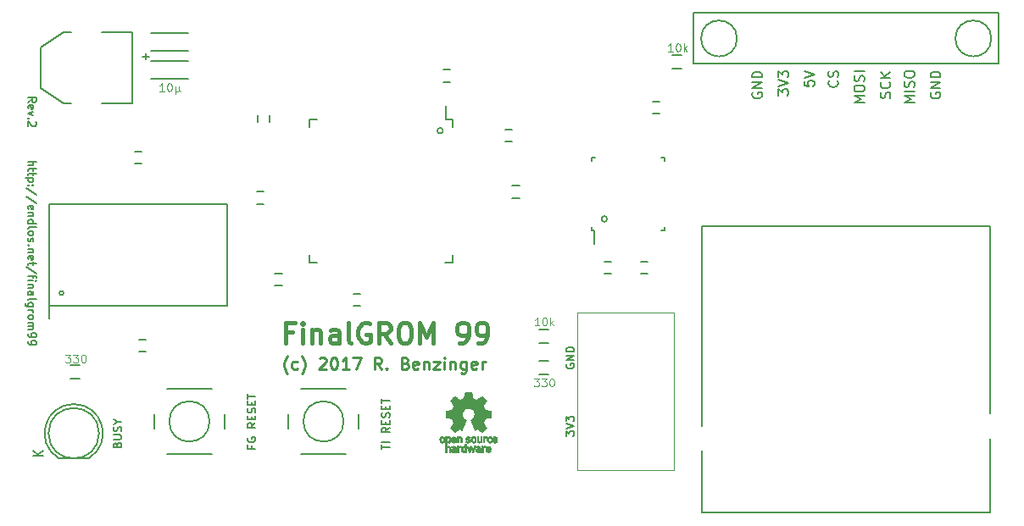
<source format=gto>
G04 #@! TF.FileFunction,Legend,Top*
%FSLAX46Y46*%
G04 Gerber Fmt 4.6, Leading zero omitted, Abs format (unit mm)*
G04 Created by KiCad (PCBNEW 4.0.4+dfsg1-stable) date Thu May 11 11:58:33 2017*
%MOMM*%
%LPD*%
G01*
G04 APERTURE LIST*
%ADD10C,0.100000*%
%ADD11C,0.200000*%
%ADD12C,0.150000*%
%ADD13C,0.400000*%
%ADD14C,0.275000*%
%ADD15C,0.120000*%
%ADD16C,0.010000*%
%ADD17C,0.203200*%
G04 APERTURE END LIST*
D10*
D11*
X130144905Y-91991334D02*
X130144905Y-91534191D01*
X130944905Y-91762762D02*
X130144905Y-91762762D01*
X130944905Y-91267524D02*
X130144905Y-91267524D01*
X130944905Y-89819905D02*
X130563952Y-90086572D01*
X130944905Y-90277048D02*
X130144905Y-90277048D01*
X130144905Y-89972286D01*
X130183000Y-89896095D01*
X130221095Y-89858000D01*
X130297286Y-89819905D01*
X130411571Y-89819905D01*
X130487762Y-89858000D01*
X130525857Y-89896095D01*
X130563952Y-89972286D01*
X130563952Y-90277048D01*
X130525857Y-89477048D02*
X130525857Y-89210381D01*
X130944905Y-89096095D02*
X130944905Y-89477048D01*
X130144905Y-89477048D01*
X130144905Y-89096095D01*
X130906810Y-88791333D02*
X130944905Y-88677047D01*
X130944905Y-88486571D01*
X130906810Y-88410381D01*
X130868714Y-88372285D01*
X130792524Y-88334190D01*
X130716333Y-88334190D01*
X130640143Y-88372285D01*
X130602048Y-88410381D01*
X130563952Y-88486571D01*
X130525857Y-88638952D01*
X130487762Y-88715143D01*
X130449667Y-88753238D01*
X130373476Y-88791333D01*
X130297286Y-88791333D01*
X130221095Y-88753238D01*
X130183000Y-88715143D01*
X130144905Y-88638952D01*
X130144905Y-88448476D01*
X130183000Y-88334190D01*
X130525857Y-87991333D02*
X130525857Y-87724666D01*
X130944905Y-87610380D02*
X130944905Y-87991333D01*
X130144905Y-87991333D01*
X130144905Y-87610380D01*
X130144905Y-87381809D02*
X130144905Y-86924666D01*
X130944905Y-87153237D02*
X130144905Y-87153237D01*
X152665843Y-68975158D02*
G75*
G03X152665843Y-68975158I-282843J0D01*
G01*
X136265843Y-60140842D02*
G75*
G03X136265843Y-60140842I-282843J0D01*
G01*
D12*
X106278238Y-52715143D02*
X106887762Y-52715143D01*
X106583000Y-53019905D02*
X106583000Y-52410381D01*
D11*
X148583000Y-83467523D02*
X148544905Y-83543714D01*
X148544905Y-83657999D01*
X148583000Y-83772285D01*
X148659190Y-83848476D01*
X148735381Y-83886571D01*
X148887762Y-83924666D01*
X149002048Y-83924666D01*
X149154429Y-83886571D01*
X149230619Y-83848476D01*
X149306810Y-83772285D01*
X149344905Y-83657999D01*
X149344905Y-83581809D01*
X149306810Y-83467523D01*
X149268714Y-83429428D01*
X149002048Y-83429428D01*
X149002048Y-83581809D01*
X149344905Y-83086571D02*
X148544905Y-83086571D01*
X149344905Y-82629428D01*
X148544905Y-82629428D01*
X149344905Y-82248476D02*
X148544905Y-82248476D01*
X148544905Y-82058000D01*
X148583000Y-81943714D01*
X148659190Y-81867523D01*
X148735381Y-81829428D01*
X148887762Y-81791333D01*
X149002048Y-81791333D01*
X149154429Y-81829428D01*
X149230619Y-81867523D01*
X149306810Y-81943714D01*
X149344905Y-82058000D01*
X149344905Y-82248476D01*
X148544905Y-90648476D02*
X148544905Y-90153238D01*
X148849667Y-90419905D01*
X148849667Y-90305619D01*
X148887762Y-90229429D01*
X148925857Y-90191333D01*
X149002048Y-90153238D01*
X149192524Y-90153238D01*
X149268714Y-90191333D01*
X149306810Y-90229429D01*
X149344905Y-90305619D01*
X149344905Y-90534191D01*
X149306810Y-90610381D01*
X149268714Y-90648476D01*
X148544905Y-89924667D02*
X149344905Y-89658000D01*
X148544905Y-89391333D01*
X148544905Y-89200857D02*
X148544905Y-88705619D01*
X148849667Y-88972286D01*
X148849667Y-88858000D01*
X148887762Y-88781810D01*
X148925857Y-88743714D01*
X149002048Y-88705619D01*
X149192524Y-88705619D01*
X149268714Y-88743714D01*
X149306810Y-88781810D01*
X149344905Y-88858000D01*
X149344905Y-89086572D01*
X149306810Y-89162762D01*
X149268714Y-89200857D01*
X94821095Y-57286572D02*
X95202048Y-57019905D01*
X94821095Y-56829429D02*
X95621095Y-56829429D01*
X95621095Y-57134191D01*
X95583000Y-57210382D01*
X95544905Y-57248477D01*
X95468714Y-57286572D01*
X95354429Y-57286572D01*
X95278238Y-57248477D01*
X95240143Y-57210382D01*
X95202048Y-57134191D01*
X95202048Y-56829429D01*
X94859190Y-57934191D02*
X94821095Y-57858001D01*
X94821095Y-57705620D01*
X94859190Y-57629429D01*
X94935381Y-57591334D01*
X95240143Y-57591334D01*
X95316333Y-57629429D01*
X95354429Y-57705620D01*
X95354429Y-57858001D01*
X95316333Y-57934191D01*
X95240143Y-57972286D01*
X95163952Y-57972286D01*
X95087762Y-57591334D01*
X95354429Y-58238953D02*
X94821095Y-58429429D01*
X95354429Y-58619905D01*
X94897286Y-58924667D02*
X94859190Y-58962762D01*
X94821095Y-58924667D01*
X94859190Y-58886572D01*
X94897286Y-58924667D01*
X94821095Y-58924667D01*
X95544905Y-59267524D02*
X95583000Y-59305619D01*
X95621095Y-59381810D01*
X95621095Y-59572286D01*
X95583000Y-59648476D01*
X95544905Y-59686572D01*
X95468714Y-59724667D01*
X95392524Y-59724667D01*
X95278238Y-59686572D01*
X94821095Y-59229429D01*
X94821095Y-59724667D01*
X117125857Y-91658000D02*
X117125857Y-91924667D01*
X117544905Y-91924667D02*
X116744905Y-91924667D01*
X116744905Y-91543714D01*
X116783000Y-90819905D02*
X116744905Y-90896096D01*
X116744905Y-91010381D01*
X116783000Y-91124667D01*
X116859190Y-91200858D01*
X116935381Y-91238953D01*
X117087762Y-91277048D01*
X117202048Y-91277048D01*
X117354429Y-91238953D01*
X117430619Y-91200858D01*
X117506810Y-91124667D01*
X117544905Y-91010381D01*
X117544905Y-90934191D01*
X117506810Y-90819905D01*
X117468714Y-90781810D01*
X117202048Y-90781810D01*
X117202048Y-90934191D01*
X117544905Y-89372286D02*
X117163952Y-89638953D01*
X117544905Y-89829429D02*
X116744905Y-89829429D01*
X116744905Y-89524667D01*
X116783000Y-89448476D01*
X116821095Y-89410381D01*
X116897286Y-89372286D01*
X117011571Y-89372286D01*
X117087762Y-89410381D01*
X117125857Y-89448476D01*
X117163952Y-89524667D01*
X117163952Y-89829429D01*
X117125857Y-89029429D02*
X117125857Y-88762762D01*
X117544905Y-88648476D02*
X117544905Y-89029429D01*
X116744905Y-89029429D01*
X116744905Y-88648476D01*
X117506810Y-88343714D02*
X117544905Y-88229428D01*
X117544905Y-88038952D01*
X117506810Y-87962762D01*
X117468714Y-87924666D01*
X117392524Y-87886571D01*
X117316333Y-87886571D01*
X117240143Y-87924666D01*
X117202048Y-87962762D01*
X117163952Y-88038952D01*
X117125857Y-88191333D01*
X117087762Y-88267524D01*
X117049667Y-88305619D01*
X116973476Y-88343714D01*
X116897286Y-88343714D01*
X116821095Y-88305619D01*
X116783000Y-88267524D01*
X116744905Y-88191333D01*
X116744905Y-88000857D01*
X116783000Y-87886571D01*
X117125857Y-87543714D02*
X117125857Y-87277047D01*
X117544905Y-87162761D02*
X117544905Y-87543714D01*
X116744905Y-87543714D01*
X116744905Y-87162761D01*
X116744905Y-86934190D02*
X116744905Y-86477047D01*
X117544905Y-86705618D02*
X116744905Y-86705618D01*
X103725857Y-91543714D02*
X103763952Y-91429428D01*
X103802048Y-91391333D01*
X103878238Y-91353238D01*
X103992524Y-91353238D01*
X104068714Y-91391333D01*
X104106810Y-91429428D01*
X104144905Y-91505619D01*
X104144905Y-91810381D01*
X103344905Y-91810381D01*
X103344905Y-91543714D01*
X103383000Y-91467524D01*
X103421095Y-91429428D01*
X103497286Y-91391333D01*
X103573476Y-91391333D01*
X103649667Y-91429428D01*
X103687762Y-91467524D01*
X103725857Y-91543714D01*
X103725857Y-91810381D01*
X103344905Y-91010381D02*
X103992524Y-91010381D01*
X104068714Y-90972286D01*
X104106810Y-90934190D01*
X104144905Y-90858000D01*
X104144905Y-90705619D01*
X104106810Y-90629428D01*
X104068714Y-90591333D01*
X103992524Y-90553238D01*
X103344905Y-90553238D01*
X104106810Y-90210381D02*
X104144905Y-90096095D01*
X104144905Y-89905619D01*
X104106810Y-89829429D01*
X104068714Y-89791333D01*
X103992524Y-89753238D01*
X103916333Y-89753238D01*
X103840143Y-89791333D01*
X103802048Y-89829429D01*
X103763952Y-89905619D01*
X103725857Y-90058000D01*
X103687762Y-90134191D01*
X103649667Y-90172286D01*
X103573476Y-90210381D01*
X103497286Y-90210381D01*
X103421095Y-90172286D01*
X103383000Y-90134191D01*
X103344905Y-90058000D01*
X103344905Y-89867524D01*
X103383000Y-89753238D01*
X103763952Y-89258000D02*
X104144905Y-89258000D01*
X103344905Y-89524667D02*
X103763952Y-89258000D01*
X103344905Y-88991333D01*
X94821095Y-63248476D02*
X95621095Y-63248476D01*
X94821095Y-63591333D02*
X95240143Y-63591333D01*
X95316333Y-63553238D01*
X95354429Y-63477048D01*
X95354429Y-63362762D01*
X95316333Y-63286571D01*
X95278238Y-63248476D01*
X95354429Y-63858000D02*
X95354429Y-64162762D01*
X95621095Y-63972286D02*
X94935381Y-63972286D01*
X94859190Y-64010381D01*
X94821095Y-64086572D01*
X94821095Y-64162762D01*
X95354429Y-64315143D02*
X95354429Y-64619905D01*
X95621095Y-64429429D02*
X94935381Y-64429429D01*
X94859190Y-64467524D01*
X94821095Y-64543715D01*
X94821095Y-64619905D01*
X95354429Y-64886572D02*
X94554429Y-64886572D01*
X95316333Y-64886572D02*
X95354429Y-64962763D01*
X95354429Y-65115144D01*
X95316333Y-65191334D01*
X95278238Y-65229429D01*
X95202048Y-65267525D01*
X94973476Y-65267525D01*
X94897286Y-65229429D01*
X94859190Y-65191334D01*
X94821095Y-65115144D01*
X94821095Y-64962763D01*
X94859190Y-64886572D01*
X94897286Y-65610382D02*
X94859190Y-65648477D01*
X94821095Y-65610382D01*
X94859190Y-65572287D01*
X94897286Y-65610382D01*
X94821095Y-65610382D01*
X95316333Y-65610382D02*
X95278238Y-65648477D01*
X95240143Y-65610382D01*
X95278238Y-65572287D01*
X95316333Y-65610382D01*
X95240143Y-65610382D01*
X95659190Y-66562763D02*
X94630619Y-65877048D01*
X95659190Y-67400858D02*
X94630619Y-66715143D01*
X94859190Y-67972286D02*
X94821095Y-67896096D01*
X94821095Y-67743715D01*
X94859190Y-67667524D01*
X94935381Y-67629429D01*
X95240143Y-67629429D01*
X95316333Y-67667524D01*
X95354429Y-67743715D01*
X95354429Y-67896096D01*
X95316333Y-67972286D01*
X95240143Y-68010381D01*
X95163952Y-68010381D01*
X95087762Y-67629429D01*
X95354429Y-68353238D02*
X94821095Y-68353238D01*
X95278238Y-68353238D02*
X95316333Y-68391333D01*
X95354429Y-68467524D01*
X95354429Y-68581810D01*
X95316333Y-68658000D01*
X95240143Y-68696095D01*
X94821095Y-68696095D01*
X94821095Y-69419905D02*
X95621095Y-69419905D01*
X94859190Y-69419905D02*
X94821095Y-69343715D01*
X94821095Y-69191334D01*
X94859190Y-69115143D01*
X94897286Y-69077048D01*
X94973476Y-69038953D01*
X95202048Y-69038953D01*
X95278238Y-69077048D01*
X95316333Y-69115143D01*
X95354429Y-69191334D01*
X95354429Y-69343715D01*
X95316333Y-69419905D01*
X94821095Y-69915144D02*
X94859190Y-69838953D01*
X94935381Y-69800858D01*
X95621095Y-69800858D01*
X94821095Y-70334192D02*
X94859190Y-70258001D01*
X94897286Y-70219906D01*
X94973476Y-70181811D01*
X95202048Y-70181811D01*
X95278238Y-70219906D01*
X95316333Y-70258001D01*
X95354429Y-70334192D01*
X95354429Y-70448478D01*
X95316333Y-70524668D01*
X95278238Y-70562763D01*
X95202048Y-70600859D01*
X94973476Y-70600859D01*
X94897286Y-70562763D01*
X94859190Y-70524668D01*
X94821095Y-70448478D01*
X94821095Y-70334192D01*
X94859190Y-70905621D02*
X94821095Y-70981811D01*
X94821095Y-71134192D01*
X94859190Y-71210383D01*
X94935381Y-71248478D01*
X94973476Y-71248478D01*
X95049667Y-71210383D01*
X95087762Y-71134192D01*
X95087762Y-71019907D01*
X95125857Y-70943716D01*
X95202048Y-70905621D01*
X95240143Y-70905621D01*
X95316333Y-70943716D01*
X95354429Y-71019907D01*
X95354429Y-71134192D01*
X95316333Y-71210383D01*
X94897286Y-71591335D02*
X94859190Y-71629430D01*
X94821095Y-71591335D01*
X94859190Y-71553240D01*
X94897286Y-71591335D01*
X94821095Y-71591335D01*
X95354429Y-71972287D02*
X94821095Y-71972287D01*
X95278238Y-71972287D02*
X95316333Y-72010382D01*
X95354429Y-72086573D01*
X95354429Y-72200859D01*
X95316333Y-72277049D01*
X95240143Y-72315144D01*
X94821095Y-72315144D01*
X94859190Y-73000859D02*
X94821095Y-72924669D01*
X94821095Y-72772288D01*
X94859190Y-72696097D01*
X94935381Y-72658002D01*
X95240143Y-72658002D01*
X95316333Y-72696097D01*
X95354429Y-72772288D01*
X95354429Y-72924669D01*
X95316333Y-73000859D01*
X95240143Y-73038954D01*
X95163952Y-73038954D01*
X95087762Y-72658002D01*
X95354429Y-73267525D02*
X95354429Y-73572287D01*
X95621095Y-73381811D02*
X94935381Y-73381811D01*
X94859190Y-73419906D01*
X94821095Y-73496097D01*
X94821095Y-73572287D01*
X95659190Y-74410383D02*
X94630619Y-73724668D01*
X95354429Y-74562763D02*
X95354429Y-74867525D01*
X94821095Y-74677049D02*
X95506810Y-74677049D01*
X95583000Y-74715144D01*
X95621095Y-74791335D01*
X95621095Y-74867525D01*
X94821095Y-75134192D02*
X95354429Y-75134192D01*
X95621095Y-75134192D02*
X95583000Y-75096097D01*
X95544905Y-75134192D01*
X95583000Y-75172287D01*
X95621095Y-75134192D01*
X95544905Y-75134192D01*
X95354429Y-75515144D02*
X94821095Y-75515144D01*
X95278238Y-75515144D02*
X95316333Y-75553239D01*
X95354429Y-75629430D01*
X95354429Y-75743716D01*
X95316333Y-75819906D01*
X95240143Y-75858001D01*
X94821095Y-75858001D01*
X94821095Y-76581811D02*
X95240143Y-76581811D01*
X95316333Y-76543716D01*
X95354429Y-76467526D01*
X95354429Y-76315145D01*
X95316333Y-76238954D01*
X94859190Y-76581811D02*
X94821095Y-76505621D01*
X94821095Y-76315145D01*
X94859190Y-76238954D01*
X94935381Y-76200859D01*
X95011571Y-76200859D01*
X95087762Y-76238954D01*
X95125857Y-76315145D01*
X95125857Y-76505621D01*
X95163952Y-76581811D01*
X94821095Y-77077050D02*
X94859190Y-77000859D01*
X94935381Y-76962764D01*
X95621095Y-76962764D01*
X95354429Y-77724669D02*
X94706810Y-77724669D01*
X94630619Y-77686574D01*
X94592524Y-77648479D01*
X94554429Y-77572288D01*
X94554429Y-77458003D01*
X94592524Y-77381812D01*
X94859190Y-77724669D02*
X94821095Y-77648479D01*
X94821095Y-77496098D01*
X94859190Y-77419907D01*
X94897286Y-77381812D01*
X94973476Y-77343717D01*
X95202048Y-77343717D01*
X95278238Y-77381812D01*
X95316333Y-77419907D01*
X95354429Y-77496098D01*
X95354429Y-77648479D01*
X95316333Y-77724669D01*
X94821095Y-78105622D02*
X95354429Y-78105622D01*
X95202048Y-78105622D02*
X95278238Y-78143717D01*
X95316333Y-78181813D01*
X95354429Y-78258003D01*
X95354429Y-78334194D01*
X94821095Y-78715146D02*
X94859190Y-78638955D01*
X94897286Y-78600860D01*
X94973476Y-78562765D01*
X95202048Y-78562765D01*
X95278238Y-78600860D01*
X95316333Y-78638955D01*
X95354429Y-78715146D01*
X95354429Y-78829432D01*
X95316333Y-78905622D01*
X95278238Y-78943717D01*
X95202048Y-78981813D01*
X94973476Y-78981813D01*
X94897286Y-78943717D01*
X94859190Y-78905622D01*
X94821095Y-78829432D01*
X94821095Y-78715146D01*
X94821095Y-79324670D02*
X95354429Y-79324670D01*
X95278238Y-79324670D02*
X95316333Y-79362765D01*
X95354429Y-79438956D01*
X95354429Y-79553242D01*
X95316333Y-79629432D01*
X95240143Y-79667527D01*
X94821095Y-79667527D01*
X95240143Y-79667527D02*
X95316333Y-79705623D01*
X95354429Y-79781813D01*
X95354429Y-79896099D01*
X95316333Y-79972289D01*
X95240143Y-80010384D01*
X94821095Y-80010384D01*
X94821095Y-80429432D02*
X94821095Y-80581813D01*
X94859190Y-80658004D01*
X94897286Y-80696099D01*
X95011571Y-80772290D01*
X95163952Y-80810385D01*
X95468714Y-80810385D01*
X95544905Y-80772290D01*
X95583000Y-80734194D01*
X95621095Y-80658004D01*
X95621095Y-80505623D01*
X95583000Y-80429432D01*
X95544905Y-80391337D01*
X95468714Y-80353242D01*
X95278238Y-80353242D01*
X95202048Y-80391337D01*
X95163952Y-80429432D01*
X95125857Y-80505623D01*
X95125857Y-80658004D01*
X95163952Y-80734194D01*
X95202048Y-80772290D01*
X95278238Y-80810385D01*
X94821095Y-81191337D02*
X94821095Y-81343718D01*
X94859190Y-81419909D01*
X94897286Y-81458004D01*
X95011571Y-81534195D01*
X95163952Y-81572290D01*
X95468714Y-81572290D01*
X95544905Y-81534195D01*
X95583000Y-81496099D01*
X95621095Y-81419909D01*
X95621095Y-81267528D01*
X95583000Y-81191337D01*
X95544905Y-81153242D01*
X95468714Y-81115147D01*
X95278238Y-81115147D01*
X95202048Y-81153242D01*
X95163952Y-81191337D01*
X95125857Y-81267528D01*
X95125857Y-81419909D01*
X95163952Y-81496099D01*
X95202048Y-81534195D01*
X95278238Y-81572290D01*
D13*
X121202047Y-80315143D02*
X120535380Y-80315143D01*
X120535380Y-81362762D02*
X120535380Y-79362762D01*
X121487761Y-79362762D01*
X122249666Y-81362762D02*
X122249666Y-80029429D01*
X122249666Y-79362762D02*
X122154428Y-79458000D01*
X122249666Y-79553238D01*
X122344905Y-79458000D01*
X122249666Y-79362762D01*
X122249666Y-79553238D01*
X123202047Y-80029429D02*
X123202047Y-81362762D01*
X123202047Y-80219905D02*
X123297286Y-80124667D01*
X123487762Y-80029429D01*
X123773476Y-80029429D01*
X123963952Y-80124667D01*
X124059190Y-80315143D01*
X124059190Y-81362762D01*
X125868714Y-81362762D02*
X125868714Y-80315143D01*
X125773476Y-80124667D01*
X125583000Y-80029429D01*
X125202048Y-80029429D01*
X125011571Y-80124667D01*
X125868714Y-81267524D02*
X125678238Y-81362762D01*
X125202048Y-81362762D01*
X125011571Y-81267524D01*
X124916333Y-81077048D01*
X124916333Y-80886571D01*
X125011571Y-80696095D01*
X125202048Y-80600857D01*
X125678238Y-80600857D01*
X125868714Y-80505619D01*
X127106810Y-81362762D02*
X126916334Y-81267524D01*
X126821095Y-81077048D01*
X126821095Y-79362762D01*
X128916334Y-79458000D02*
X128725857Y-79362762D01*
X128440143Y-79362762D01*
X128154429Y-79458000D01*
X127963953Y-79648476D01*
X127868714Y-79838952D01*
X127773476Y-80219905D01*
X127773476Y-80505619D01*
X127868714Y-80886571D01*
X127963953Y-81077048D01*
X128154429Y-81267524D01*
X128440143Y-81362762D01*
X128630619Y-81362762D01*
X128916334Y-81267524D01*
X129011572Y-81172286D01*
X129011572Y-80505619D01*
X128630619Y-80505619D01*
X131011572Y-81362762D02*
X130344905Y-80410381D01*
X129868714Y-81362762D02*
X129868714Y-79362762D01*
X130630619Y-79362762D01*
X130821095Y-79458000D01*
X130916334Y-79553238D01*
X131011572Y-79743714D01*
X131011572Y-80029429D01*
X130916334Y-80219905D01*
X130821095Y-80315143D01*
X130630619Y-80410381D01*
X129868714Y-80410381D01*
X132249667Y-79362762D02*
X132630619Y-79362762D01*
X132821095Y-79458000D01*
X133011572Y-79648476D01*
X133106810Y-80029429D01*
X133106810Y-80696095D01*
X133011572Y-81077048D01*
X132821095Y-81267524D01*
X132630619Y-81362762D01*
X132249667Y-81362762D01*
X132059191Y-81267524D01*
X131868714Y-81077048D01*
X131773476Y-80696095D01*
X131773476Y-80029429D01*
X131868714Y-79648476D01*
X132059191Y-79458000D01*
X132249667Y-79362762D01*
X133963952Y-81362762D02*
X133963952Y-79362762D01*
X134630619Y-80791333D01*
X135297286Y-79362762D01*
X135297286Y-81362762D01*
X137868715Y-81362762D02*
X138249667Y-81362762D01*
X138440143Y-81267524D01*
X138535381Y-81172286D01*
X138725857Y-80886571D01*
X138821096Y-80505619D01*
X138821096Y-79743714D01*
X138725857Y-79553238D01*
X138630619Y-79458000D01*
X138440143Y-79362762D01*
X138059191Y-79362762D01*
X137868715Y-79458000D01*
X137773476Y-79553238D01*
X137678238Y-79743714D01*
X137678238Y-80219905D01*
X137773476Y-80410381D01*
X137868715Y-80505619D01*
X138059191Y-80600857D01*
X138440143Y-80600857D01*
X138630619Y-80505619D01*
X138725857Y-80410381D01*
X138821096Y-80219905D01*
X139773477Y-81362762D02*
X140154429Y-81362762D01*
X140344905Y-81267524D01*
X140440143Y-81172286D01*
X140630619Y-80886571D01*
X140725858Y-80505619D01*
X140725858Y-79743714D01*
X140630619Y-79553238D01*
X140535381Y-79458000D01*
X140344905Y-79362762D01*
X139963953Y-79362762D01*
X139773477Y-79458000D01*
X139678238Y-79553238D01*
X139583000Y-79743714D01*
X139583000Y-80219905D01*
X139678238Y-80410381D01*
X139773477Y-80505619D01*
X139963953Y-80600857D01*
X140344905Y-80600857D01*
X140535381Y-80505619D01*
X140630619Y-80410381D01*
X140725858Y-80219905D01*
D14*
X120754429Y-84458000D02*
X120697287Y-84400857D01*
X120583001Y-84229429D01*
X120525858Y-84115143D01*
X120468715Y-83943714D01*
X120411572Y-83658000D01*
X120411572Y-83429429D01*
X120468715Y-83143714D01*
X120525858Y-82972286D01*
X120583001Y-82858000D01*
X120697287Y-82686571D01*
X120754429Y-82629429D01*
X121725858Y-83943714D02*
X121611572Y-84000857D01*
X121383001Y-84000857D01*
X121268715Y-83943714D01*
X121211572Y-83886571D01*
X121154429Y-83772286D01*
X121154429Y-83429429D01*
X121211572Y-83315143D01*
X121268715Y-83258000D01*
X121383001Y-83200857D01*
X121611572Y-83200857D01*
X121725858Y-83258000D01*
X122125858Y-84458000D02*
X122183000Y-84400857D01*
X122297286Y-84229429D01*
X122354429Y-84115143D01*
X122411572Y-83943714D01*
X122468715Y-83658000D01*
X122468715Y-83429429D01*
X122411572Y-83143714D01*
X122354429Y-82972286D01*
X122297286Y-82858000D01*
X122183000Y-82686571D01*
X122125858Y-82629429D01*
X123897286Y-82915143D02*
X123954429Y-82858000D01*
X124068715Y-82800857D01*
X124354429Y-82800857D01*
X124468715Y-82858000D01*
X124525858Y-82915143D01*
X124583001Y-83029429D01*
X124583001Y-83143714D01*
X124525858Y-83315143D01*
X123840144Y-84000857D01*
X124583001Y-84000857D01*
X125325858Y-82800857D02*
X125440143Y-82800857D01*
X125554429Y-82858000D01*
X125611572Y-82915143D01*
X125668715Y-83029429D01*
X125725858Y-83258000D01*
X125725858Y-83543714D01*
X125668715Y-83772286D01*
X125611572Y-83886571D01*
X125554429Y-83943714D01*
X125440143Y-84000857D01*
X125325858Y-84000857D01*
X125211572Y-83943714D01*
X125154429Y-83886571D01*
X125097286Y-83772286D01*
X125040143Y-83543714D01*
X125040143Y-83258000D01*
X125097286Y-83029429D01*
X125154429Y-82915143D01*
X125211572Y-82858000D01*
X125325858Y-82800857D01*
X126868715Y-84000857D02*
X126183000Y-84000857D01*
X126525858Y-84000857D02*
X126525858Y-82800857D01*
X126411572Y-82972286D01*
X126297286Y-83086571D01*
X126183000Y-83143714D01*
X127268715Y-82800857D02*
X128068715Y-82800857D01*
X127554429Y-84000857D01*
X130125858Y-84000857D02*
X129725858Y-83429429D01*
X129440143Y-84000857D02*
X129440143Y-82800857D01*
X129897286Y-82800857D01*
X130011572Y-82858000D01*
X130068715Y-82915143D01*
X130125858Y-83029429D01*
X130125858Y-83200857D01*
X130068715Y-83315143D01*
X130011572Y-83372286D01*
X129897286Y-83429429D01*
X129440143Y-83429429D01*
X130640143Y-83886571D02*
X130697286Y-83943714D01*
X130640143Y-84000857D01*
X130583000Y-83943714D01*
X130640143Y-83886571D01*
X130640143Y-84000857D01*
X132525858Y-83372286D02*
X132697287Y-83429429D01*
X132754430Y-83486571D01*
X132811573Y-83600857D01*
X132811573Y-83772286D01*
X132754430Y-83886571D01*
X132697287Y-83943714D01*
X132583001Y-84000857D01*
X132125858Y-84000857D01*
X132125858Y-82800857D01*
X132525858Y-82800857D01*
X132640144Y-82858000D01*
X132697287Y-82915143D01*
X132754430Y-83029429D01*
X132754430Y-83143714D01*
X132697287Y-83258000D01*
X132640144Y-83315143D01*
X132525858Y-83372286D01*
X132125858Y-83372286D01*
X133783001Y-83943714D02*
X133668715Y-84000857D01*
X133440144Y-84000857D01*
X133325858Y-83943714D01*
X133268715Y-83829429D01*
X133268715Y-83372286D01*
X133325858Y-83258000D01*
X133440144Y-83200857D01*
X133668715Y-83200857D01*
X133783001Y-83258000D01*
X133840144Y-83372286D01*
X133840144Y-83486571D01*
X133268715Y-83600857D01*
X134354429Y-83200857D02*
X134354429Y-84000857D01*
X134354429Y-83315143D02*
X134411572Y-83258000D01*
X134525858Y-83200857D01*
X134697286Y-83200857D01*
X134811572Y-83258000D01*
X134868715Y-83372286D01*
X134868715Y-84000857D01*
X135325858Y-83200857D02*
X135954429Y-83200857D01*
X135325858Y-84000857D01*
X135954429Y-84000857D01*
X136411572Y-84000857D02*
X136411572Y-83200857D01*
X136411572Y-82800857D02*
X136354429Y-82858000D01*
X136411572Y-82915143D01*
X136468715Y-82858000D01*
X136411572Y-82800857D01*
X136411572Y-82915143D01*
X136983001Y-83200857D02*
X136983001Y-84000857D01*
X136983001Y-83315143D02*
X137040144Y-83258000D01*
X137154430Y-83200857D01*
X137325858Y-83200857D01*
X137440144Y-83258000D01*
X137497287Y-83372286D01*
X137497287Y-84000857D01*
X138583001Y-83200857D02*
X138583001Y-84172286D01*
X138525858Y-84286571D01*
X138468715Y-84343714D01*
X138354430Y-84400857D01*
X138183001Y-84400857D01*
X138068715Y-84343714D01*
X138583001Y-83943714D02*
X138468715Y-84000857D01*
X138240144Y-84000857D01*
X138125858Y-83943714D01*
X138068715Y-83886571D01*
X138011572Y-83772286D01*
X138011572Y-83429429D01*
X138068715Y-83315143D01*
X138125858Y-83258000D01*
X138240144Y-83200857D01*
X138468715Y-83200857D01*
X138583001Y-83258000D01*
X139611572Y-83943714D02*
X139497286Y-84000857D01*
X139268715Y-84000857D01*
X139154429Y-83943714D01*
X139097286Y-83829429D01*
X139097286Y-83372286D01*
X139154429Y-83258000D01*
X139268715Y-83200857D01*
X139497286Y-83200857D01*
X139611572Y-83258000D01*
X139668715Y-83372286D01*
X139668715Y-83486571D01*
X139097286Y-83600857D01*
X140183000Y-84000857D02*
X140183000Y-83200857D01*
X140183000Y-83429429D02*
X140240143Y-83315143D01*
X140297286Y-83258000D01*
X140411572Y-83200857D01*
X140525857Y-83200857D01*
D15*
X149713000Y-94068000D02*
X149713000Y-78328000D01*
X149713000Y-78328000D02*
X159313000Y-78328000D01*
X159313000Y-78328000D02*
X159313000Y-94068000D01*
X159313000Y-94068000D02*
X149713000Y-94068000D01*
D12*
X137258000Y-58983000D02*
X136533000Y-58983000D01*
X137258000Y-73333000D02*
X136458000Y-73333000D01*
X122908000Y-73333000D02*
X123708000Y-73333000D01*
X122908000Y-58983000D02*
X123708000Y-58983000D01*
X137258000Y-58983000D02*
X137258000Y-59783000D01*
X122908000Y-58983000D02*
X122908000Y-59783000D01*
X122908000Y-73333000D02*
X122908000Y-72533000D01*
X137258000Y-73333000D02*
X137258000Y-72533000D01*
X136533000Y-58983000D02*
X136533000Y-57708000D01*
X126348564Y-89208000D02*
G75*
G03X126348564Y-89208000I-2015564J0D01*
G01*
X122083000Y-92458000D02*
X126583000Y-92458000D01*
X120833000Y-88458000D02*
X120833000Y-89958000D01*
X126583000Y-85958000D02*
X122083000Y-85958000D01*
X127833000Y-89958000D02*
X127833000Y-88458000D01*
X100907904Y-92872888D02*
G75*
G03X97883000Y-92888000I-1524904J2484888D01*
G01*
X100883000Y-92888000D02*
X97883000Y-92888000D01*
X101900936Y-90388000D02*
G75*
G03X101900936Y-90388000I-2517936J0D01*
G01*
X107093000Y-50358000D02*
X110793000Y-50358000D01*
X107093000Y-52158000D02*
X110793000Y-52158000D01*
X107073000Y-53158000D02*
X110773000Y-53158000D01*
X107073000Y-54958000D02*
X110773000Y-54958000D01*
X102205000Y-57414000D02*
X105253000Y-57414000D01*
X105253000Y-57414000D02*
X105253000Y-50302000D01*
X105253000Y-50302000D02*
X102205000Y-50302000D01*
X99157000Y-57414000D02*
X98395000Y-57414000D01*
X98395000Y-57414000D02*
X96109000Y-55890000D01*
X96109000Y-55890000D02*
X96109000Y-51826000D01*
X96109000Y-51826000D02*
X98395000Y-50302000D01*
X98395000Y-50302000D02*
X99157000Y-50302000D01*
X98363000Y-76373400D02*
G75*
G03X98363000Y-76373400I-200000J0D01*
G01*
X96893000Y-78913400D02*
X96893000Y-77643400D01*
X96893000Y-77643400D02*
X114673000Y-77643400D01*
X114673000Y-77643400D02*
X114673000Y-67483400D01*
X114673000Y-67483400D02*
X96893000Y-67483400D01*
X96893000Y-67483400D02*
X96893000Y-77643400D01*
X151158000Y-70083000D02*
X151383000Y-70083000D01*
X151158000Y-62833000D02*
X151483000Y-62833000D01*
X158408000Y-62833000D02*
X158083000Y-62833000D01*
X158408000Y-70083000D02*
X158083000Y-70083000D01*
X151158000Y-70083000D02*
X151158000Y-69758000D01*
X158408000Y-70083000D02*
X158408000Y-69758000D01*
X158408000Y-62833000D02*
X158408000Y-63158000D01*
X151158000Y-62833000D02*
X151158000Y-63158000D01*
X151383000Y-70083000D02*
X151383000Y-71508000D01*
X106183000Y-63458000D02*
X105483000Y-63458000D01*
X105483000Y-62258000D02*
X106183000Y-62258000D01*
X105883000Y-81058000D02*
X106583000Y-81058000D01*
X106583000Y-82258000D02*
X105883000Y-82258000D01*
X153083000Y-74458000D02*
X152383000Y-74458000D01*
X152383000Y-73258000D02*
X153083000Y-73258000D01*
X156033000Y-73258000D02*
X156733000Y-73258000D01*
X156733000Y-74458000D02*
X156033000Y-74458000D01*
X157183000Y-57258000D02*
X157883000Y-57258000D01*
X157883000Y-58458000D02*
X157183000Y-58458000D01*
X136283000Y-54058000D02*
X136983000Y-54058000D01*
X136983000Y-55258000D02*
X136283000Y-55258000D01*
X117783000Y-59258000D02*
X117783000Y-58558000D01*
X118983000Y-58558000D02*
X118983000Y-59258000D01*
X142483000Y-60058000D02*
X143183000Y-60058000D01*
X143183000Y-61258000D02*
X142483000Y-61258000D01*
X118383000Y-67458000D02*
X117683000Y-67458000D01*
X117683000Y-66258000D02*
X118383000Y-66258000D01*
X120183000Y-75658000D02*
X119483000Y-75658000D01*
X119483000Y-74458000D02*
X120183000Y-74458000D01*
X127283000Y-76458000D02*
X127983000Y-76458000D01*
X127983000Y-77658000D02*
X127283000Y-77658000D01*
X143183000Y-65658000D02*
X143883000Y-65658000D01*
X143883000Y-66858000D02*
X143183000Y-66858000D01*
D16*
G36*
X136874241Y-90727184D02*
X136900753Y-90740282D01*
X136933447Y-90763106D01*
X136957275Y-90787996D01*
X136973594Y-90819249D01*
X136983760Y-90861166D01*
X136989128Y-90918044D01*
X136991056Y-90994184D01*
X136991169Y-91026917D01*
X136990839Y-91098656D01*
X136989473Y-91149927D01*
X136986500Y-91185404D01*
X136981351Y-91209763D01*
X136973457Y-91227680D01*
X136965243Y-91239902D01*
X136912813Y-91291905D01*
X136851070Y-91323184D01*
X136784464Y-91332592D01*
X136717442Y-91318980D01*
X136696208Y-91309354D01*
X136645376Y-91282859D01*
X136645376Y-91698052D01*
X136682475Y-91678868D01*
X136731357Y-91664025D01*
X136791439Y-91660222D01*
X136851436Y-91667243D01*
X136896744Y-91683013D01*
X136934325Y-91713047D01*
X136966436Y-91756024D01*
X136968850Y-91760436D01*
X136979033Y-91781221D01*
X136986470Y-91802170D01*
X136991589Y-91827548D01*
X136994819Y-91861618D01*
X136996587Y-91908641D01*
X136997323Y-91972882D01*
X136997456Y-92045176D01*
X136997456Y-92275822D01*
X136859139Y-92275822D01*
X136859139Y-91850533D01*
X136820451Y-91817979D01*
X136780262Y-91791940D01*
X136742203Y-91787205D01*
X136703934Y-91799389D01*
X136683538Y-91811320D01*
X136668358Y-91828313D01*
X136657562Y-91853995D01*
X136650317Y-91891991D01*
X136645792Y-91945926D01*
X136643156Y-92019425D01*
X136642228Y-92068347D01*
X136639089Y-92269535D01*
X136573074Y-92273336D01*
X136507060Y-92277136D01*
X136507060Y-91028650D01*
X136645376Y-91028650D01*
X136648903Y-91098254D01*
X136660785Y-91146569D01*
X136682980Y-91176631D01*
X136717441Y-91191471D01*
X136752258Y-91194436D01*
X136791671Y-91191028D01*
X136817829Y-91177617D01*
X136834186Y-91159896D01*
X136847063Y-91140835D01*
X136854728Y-91119601D01*
X136858139Y-91089849D01*
X136858251Y-91045236D01*
X136857103Y-91007880D01*
X136854468Y-90951604D01*
X136850544Y-90914658D01*
X136843937Y-90891223D01*
X136833251Y-90875480D01*
X136823167Y-90866380D01*
X136781030Y-90846537D01*
X136731160Y-90843332D01*
X136702524Y-90850168D01*
X136674172Y-90874464D01*
X136655391Y-90921728D01*
X136646288Y-90991624D01*
X136645376Y-91028650D01*
X136507060Y-91028650D01*
X136507060Y-90716614D01*
X136576218Y-90716614D01*
X136617740Y-90718256D01*
X136639162Y-90724087D01*
X136645374Y-90735461D01*
X136645376Y-90735798D01*
X136648258Y-90746938D01*
X136660970Y-90745673D01*
X136686243Y-90733433D01*
X136745131Y-90714707D01*
X136811385Y-90712739D01*
X136874241Y-90727184D01*
X136874241Y-90727184D01*
G37*
X136874241Y-90727184D02*
X136900753Y-90740282D01*
X136933447Y-90763106D01*
X136957275Y-90787996D01*
X136973594Y-90819249D01*
X136983760Y-90861166D01*
X136989128Y-90918044D01*
X136991056Y-90994184D01*
X136991169Y-91026917D01*
X136990839Y-91098656D01*
X136989473Y-91149927D01*
X136986500Y-91185404D01*
X136981351Y-91209763D01*
X136973457Y-91227680D01*
X136965243Y-91239902D01*
X136912813Y-91291905D01*
X136851070Y-91323184D01*
X136784464Y-91332592D01*
X136717442Y-91318980D01*
X136696208Y-91309354D01*
X136645376Y-91282859D01*
X136645376Y-91698052D01*
X136682475Y-91678868D01*
X136731357Y-91664025D01*
X136791439Y-91660222D01*
X136851436Y-91667243D01*
X136896744Y-91683013D01*
X136934325Y-91713047D01*
X136966436Y-91756024D01*
X136968850Y-91760436D01*
X136979033Y-91781221D01*
X136986470Y-91802170D01*
X136991589Y-91827548D01*
X136994819Y-91861618D01*
X136996587Y-91908641D01*
X136997323Y-91972882D01*
X136997456Y-92045176D01*
X136997456Y-92275822D01*
X136859139Y-92275822D01*
X136859139Y-91850533D01*
X136820451Y-91817979D01*
X136780262Y-91791940D01*
X136742203Y-91787205D01*
X136703934Y-91799389D01*
X136683538Y-91811320D01*
X136668358Y-91828313D01*
X136657562Y-91853995D01*
X136650317Y-91891991D01*
X136645792Y-91945926D01*
X136643156Y-92019425D01*
X136642228Y-92068347D01*
X136639089Y-92269535D01*
X136573074Y-92273336D01*
X136507060Y-92277136D01*
X136507060Y-91028650D01*
X136645376Y-91028650D01*
X136648903Y-91098254D01*
X136660785Y-91146569D01*
X136682980Y-91176631D01*
X136717441Y-91191471D01*
X136752258Y-91194436D01*
X136791671Y-91191028D01*
X136817829Y-91177617D01*
X136834186Y-91159896D01*
X136847063Y-91140835D01*
X136854728Y-91119601D01*
X136858139Y-91089849D01*
X136858251Y-91045236D01*
X136857103Y-91007880D01*
X136854468Y-90951604D01*
X136850544Y-90914658D01*
X136843937Y-90891223D01*
X136833251Y-90875480D01*
X136823167Y-90866380D01*
X136781030Y-90846537D01*
X136731160Y-90843332D01*
X136702524Y-90850168D01*
X136674172Y-90874464D01*
X136655391Y-90921728D01*
X136646288Y-90991624D01*
X136645376Y-91028650D01*
X136507060Y-91028650D01*
X136507060Y-90716614D01*
X136576218Y-90716614D01*
X136617740Y-90718256D01*
X136639162Y-90724087D01*
X136645374Y-90735461D01*
X136645376Y-90735798D01*
X136648258Y-90746938D01*
X136660970Y-90745673D01*
X136686243Y-90733433D01*
X136745131Y-90714707D01*
X136811385Y-90712739D01*
X136874241Y-90727184D01*
G36*
X137398790Y-91664555D02*
X137457945Y-91680339D01*
X137502977Y-91708948D01*
X137534754Y-91746419D01*
X137544634Y-91762411D01*
X137551927Y-91779163D01*
X137557026Y-91800592D01*
X137560321Y-91830616D01*
X137562203Y-91873154D01*
X137563063Y-91932122D01*
X137563293Y-92011440D01*
X137563297Y-92032484D01*
X137563297Y-92275822D01*
X137502941Y-92275822D01*
X137464443Y-92273126D01*
X137435977Y-92266295D01*
X137428845Y-92262083D01*
X137409348Y-92254813D01*
X137389434Y-92262083D01*
X137356647Y-92271160D01*
X137309022Y-92274813D01*
X137256236Y-92273228D01*
X137207964Y-92266589D01*
X137179782Y-92258072D01*
X137125247Y-92223063D01*
X137091165Y-92174479D01*
X137075843Y-92109882D01*
X137075701Y-92108223D01*
X137077045Y-92079566D01*
X137198644Y-92079566D01*
X137209274Y-92112161D01*
X137226590Y-92130505D01*
X137261348Y-92144379D01*
X137307227Y-92149917D01*
X137354012Y-92147191D01*
X137391486Y-92136274D01*
X137401985Y-92129269D01*
X137420332Y-92096904D01*
X137424980Y-92060111D01*
X137424980Y-92011763D01*
X137355418Y-92011763D01*
X137289333Y-92016850D01*
X137239236Y-92031263D01*
X137208071Y-92053729D01*
X137198644Y-92079566D01*
X137077045Y-92079566D01*
X137079013Y-92037647D01*
X137102290Y-91981845D01*
X137146052Y-91939647D01*
X137152101Y-91935808D01*
X137178093Y-91923309D01*
X137210265Y-91915740D01*
X137255240Y-91912061D01*
X137308669Y-91911216D01*
X137424980Y-91911169D01*
X137424980Y-91862411D01*
X137420047Y-91824581D01*
X137407457Y-91799236D01*
X137405983Y-91797887D01*
X137377966Y-91786800D01*
X137335674Y-91782503D01*
X137288936Y-91784615D01*
X137247582Y-91792756D01*
X137223043Y-91804965D01*
X137209747Y-91814746D01*
X137195706Y-91816613D01*
X137176329Y-91808600D01*
X137147024Y-91788739D01*
X137103197Y-91755063D01*
X137099175Y-91751909D01*
X137101236Y-91740236D01*
X137118432Y-91720822D01*
X137144567Y-91699248D01*
X137173448Y-91681096D01*
X137182522Y-91676809D01*
X137215620Y-91668256D01*
X137264120Y-91662155D01*
X137318305Y-91659708D01*
X137320839Y-91659703D01*
X137398790Y-91664555D01*
X137398790Y-91664555D01*
G37*
X137398790Y-91664555D02*
X137457945Y-91680339D01*
X137502977Y-91708948D01*
X137534754Y-91746419D01*
X137544634Y-91762411D01*
X137551927Y-91779163D01*
X137557026Y-91800592D01*
X137560321Y-91830616D01*
X137562203Y-91873154D01*
X137563063Y-91932122D01*
X137563293Y-92011440D01*
X137563297Y-92032484D01*
X137563297Y-92275822D01*
X137502941Y-92275822D01*
X137464443Y-92273126D01*
X137435977Y-92266295D01*
X137428845Y-92262083D01*
X137409348Y-92254813D01*
X137389434Y-92262083D01*
X137356647Y-92271160D01*
X137309022Y-92274813D01*
X137256236Y-92273228D01*
X137207964Y-92266589D01*
X137179782Y-92258072D01*
X137125247Y-92223063D01*
X137091165Y-92174479D01*
X137075843Y-92109882D01*
X137075701Y-92108223D01*
X137077045Y-92079566D01*
X137198644Y-92079566D01*
X137209274Y-92112161D01*
X137226590Y-92130505D01*
X137261348Y-92144379D01*
X137307227Y-92149917D01*
X137354012Y-92147191D01*
X137391486Y-92136274D01*
X137401985Y-92129269D01*
X137420332Y-92096904D01*
X137424980Y-92060111D01*
X137424980Y-92011763D01*
X137355418Y-92011763D01*
X137289333Y-92016850D01*
X137239236Y-92031263D01*
X137208071Y-92053729D01*
X137198644Y-92079566D01*
X137077045Y-92079566D01*
X137079013Y-92037647D01*
X137102290Y-91981845D01*
X137146052Y-91939647D01*
X137152101Y-91935808D01*
X137178093Y-91923309D01*
X137210265Y-91915740D01*
X137255240Y-91912061D01*
X137308669Y-91911216D01*
X137424980Y-91911169D01*
X137424980Y-91862411D01*
X137420047Y-91824581D01*
X137407457Y-91799236D01*
X137405983Y-91797887D01*
X137377966Y-91786800D01*
X137335674Y-91782503D01*
X137288936Y-91784615D01*
X137247582Y-91792756D01*
X137223043Y-91804965D01*
X137209747Y-91814746D01*
X137195706Y-91816613D01*
X137176329Y-91808600D01*
X137147024Y-91788739D01*
X137103197Y-91755063D01*
X137099175Y-91751909D01*
X137101236Y-91740236D01*
X137118432Y-91720822D01*
X137144567Y-91699248D01*
X137173448Y-91681096D01*
X137182522Y-91676809D01*
X137215620Y-91668256D01*
X137264120Y-91662155D01*
X137318305Y-91659708D01*
X137320839Y-91659703D01*
X137398790Y-91664555D01*
G36*
X137789644Y-91661020D02*
X137808461Y-91666660D01*
X137814527Y-91679053D01*
X137814782Y-91684647D01*
X137815871Y-91700230D01*
X137823368Y-91702676D01*
X137843619Y-91691993D01*
X137855649Y-91684694D01*
X137893600Y-91669063D01*
X137938928Y-91661334D01*
X137986456Y-91660740D01*
X138031005Y-91666513D01*
X138067398Y-91677884D01*
X138090457Y-91694088D01*
X138095004Y-91714355D01*
X138092709Y-91719843D01*
X138075980Y-91742626D01*
X138050037Y-91770647D01*
X138045345Y-91775177D01*
X138020617Y-91796005D01*
X137999282Y-91802735D01*
X137969445Y-91798038D01*
X137957492Y-91794917D01*
X137920295Y-91787421D01*
X137894141Y-91790792D01*
X137872054Y-91802681D01*
X137851822Y-91818635D01*
X137836921Y-91838700D01*
X137826566Y-91866702D01*
X137819971Y-91906467D01*
X137816351Y-91961823D01*
X137814922Y-92036594D01*
X137814782Y-92081740D01*
X137814782Y-92275822D01*
X137689040Y-92275822D01*
X137689040Y-91659683D01*
X137751911Y-91659683D01*
X137789644Y-91661020D01*
X137789644Y-91661020D01*
G37*
X137789644Y-91661020D02*
X137808461Y-91666660D01*
X137814527Y-91679053D01*
X137814782Y-91684647D01*
X137815871Y-91700230D01*
X137823368Y-91702676D01*
X137843619Y-91691993D01*
X137855649Y-91684694D01*
X137893600Y-91669063D01*
X137938928Y-91661334D01*
X137986456Y-91660740D01*
X138031005Y-91666513D01*
X138067398Y-91677884D01*
X138090457Y-91694088D01*
X138095004Y-91714355D01*
X138092709Y-91719843D01*
X138075980Y-91742626D01*
X138050037Y-91770647D01*
X138045345Y-91775177D01*
X138020617Y-91796005D01*
X137999282Y-91802735D01*
X137969445Y-91798038D01*
X137957492Y-91794917D01*
X137920295Y-91787421D01*
X137894141Y-91790792D01*
X137872054Y-91802681D01*
X137851822Y-91818635D01*
X137836921Y-91838700D01*
X137826566Y-91866702D01*
X137819971Y-91906467D01*
X137816351Y-91961823D01*
X137814922Y-92036594D01*
X137814782Y-92081740D01*
X137814782Y-92275822D01*
X137689040Y-92275822D01*
X137689040Y-91659683D01*
X137751911Y-91659683D01*
X137789644Y-91661020D01*
G36*
X138581812Y-92275822D02*
X138512654Y-92275822D01*
X138472512Y-92274645D01*
X138451606Y-92269772D01*
X138444078Y-92259186D01*
X138443495Y-92252029D01*
X138442226Y-92237676D01*
X138434221Y-92234923D01*
X138413185Y-92243771D01*
X138396827Y-92252029D01*
X138334023Y-92271597D01*
X138265752Y-92272729D01*
X138210248Y-92258135D01*
X138158562Y-92222877D01*
X138119162Y-92170835D01*
X138097587Y-92109450D01*
X138097038Y-92106018D01*
X138093833Y-92068571D01*
X138092239Y-92014813D01*
X138092367Y-91974155D01*
X138229721Y-91974155D01*
X138232903Y-92028194D01*
X138240141Y-92072735D01*
X138249940Y-92097888D01*
X138287011Y-92132260D01*
X138331026Y-92144582D01*
X138376416Y-92134618D01*
X138415203Y-92104895D01*
X138429892Y-92084905D01*
X138438481Y-92061050D01*
X138442504Y-92026230D01*
X138443495Y-91973930D01*
X138441722Y-91922139D01*
X138437037Y-91876634D01*
X138430397Y-91846181D01*
X138429290Y-91843452D01*
X138402509Y-91811000D01*
X138363421Y-91793183D01*
X138319685Y-91790306D01*
X138278962Y-91802674D01*
X138248913Y-91830593D01*
X138245796Y-91836148D01*
X138236039Y-91870022D01*
X138230723Y-91918728D01*
X138229721Y-91974155D01*
X138092367Y-91974155D01*
X138092432Y-91953540D01*
X138093336Y-91920563D01*
X138099486Y-91838981D01*
X138112267Y-91777730D01*
X138133529Y-91732449D01*
X138165122Y-91698779D01*
X138195793Y-91679014D01*
X138238646Y-91665120D01*
X138291944Y-91660354D01*
X138346520Y-91664236D01*
X138393208Y-91676282D01*
X138417876Y-91690693D01*
X138443495Y-91713878D01*
X138443495Y-91420773D01*
X138581812Y-91420773D01*
X138581812Y-92275822D01*
X138581812Y-92275822D01*
G37*
X138581812Y-92275822D02*
X138512654Y-92275822D01*
X138472512Y-92274645D01*
X138451606Y-92269772D01*
X138444078Y-92259186D01*
X138443495Y-92252029D01*
X138442226Y-92237676D01*
X138434221Y-92234923D01*
X138413185Y-92243771D01*
X138396827Y-92252029D01*
X138334023Y-92271597D01*
X138265752Y-92272729D01*
X138210248Y-92258135D01*
X138158562Y-92222877D01*
X138119162Y-92170835D01*
X138097587Y-92109450D01*
X138097038Y-92106018D01*
X138093833Y-92068571D01*
X138092239Y-92014813D01*
X138092367Y-91974155D01*
X138229721Y-91974155D01*
X138232903Y-92028194D01*
X138240141Y-92072735D01*
X138249940Y-92097888D01*
X138287011Y-92132260D01*
X138331026Y-92144582D01*
X138376416Y-92134618D01*
X138415203Y-92104895D01*
X138429892Y-92084905D01*
X138438481Y-92061050D01*
X138442504Y-92026230D01*
X138443495Y-91973930D01*
X138441722Y-91922139D01*
X138437037Y-91876634D01*
X138430397Y-91846181D01*
X138429290Y-91843452D01*
X138402509Y-91811000D01*
X138363421Y-91793183D01*
X138319685Y-91790306D01*
X138278962Y-91802674D01*
X138248913Y-91830593D01*
X138245796Y-91836148D01*
X138236039Y-91870022D01*
X138230723Y-91918728D01*
X138229721Y-91974155D01*
X138092367Y-91974155D01*
X138092432Y-91953540D01*
X138093336Y-91920563D01*
X138099486Y-91838981D01*
X138112267Y-91777730D01*
X138133529Y-91732449D01*
X138165122Y-91698779D01*
X138195793Y-91679014D01*
X138238646Y-91665120D01*
X138291944Y-91660354D01*
X138346520Y-91664236D01*
X138393208Y-91676282D01*
X138417876Y-91690693D01*
X138443495Y-91713878D01*
X138443495Y-91420773D01*
X138581812Y-91420773D01*
X138581812Y-92275822D01*
G36*
X139064524Y-91662237D02*
X139114255Y-91665971D01*
X139244291Y-92055773D01*
X139264678Y-91986614D01*
X139276946Y-91943874D01*
X139293085Y-91886115D01*
X139310512Y-91822625D01*
X139319726Y-91788570D01*
X139354388Y-91659683D01*
X139497391Y-91659683D01*
X139454646Y-91794857D01*
X139433596Y-91861342D01*
X139408167Y-91941539D01*
X139381610Y-92025193D01*
X139357902Y-92099782D01*
X139303902Y-92269535D01*
X139245598Y-92273328D01*
X139187295Y-92277122D01*
X139155679Y-92172734D01*
X139136182Y-92107889D01*
X139114904Y-92036400D01*
X139096308Y-91973263D01*
X139095574Y-91970750D01*
X139081684Y-91927969D01*
X139069429Y-91898779D01*
X139060846Y-91887741D01*
X139059082Y-91889018D01*
X139052891Y-91906130D01*
X139041128Y-91942787D01*
X139025225Y-91994378D01*
X139006614Y-92056294D01*
X138996543Y-92090352D01*
X138942007Y-92275822D01*
X138826264Y-92275822D01*
X138733737Y-91983471D01*
X138707744Y-91901462D01*
X138684066Y-91826987D01*
X138663820Y-91763544D01*
X138648126Y-91714632D01*
X138638102Y-91683749D01*
X138635055Y-91674726D01*
X138637467Y-91665487D01*
X138656408Y-91661441D01*
X138695823Y-91661846D01*
X138701993Y-91662152D01*
X138775086Y-91665971D01*
X138822957Y-91842010D01*
X138840553Y-91906211D01*
X138856277Y-91962649D01*
X138868746Y-92006422D01*
X138876574Y-92032630D01*
X138878020Y-92036903D01*
X138884014Y-92031990D01*
X138896101Y-92006532D01*
X138912893Y-91963997D01*
X138933003Y-91907850D01*
X138950003Y-91857130D01*
X139014794Y-91658504D01*
X139064524Y-91662237D01*
X139064524Y-91662237D01*
G37*
X139064524Y-91662237D02*
X139114255Y-91665971D01*
X139244291Y-92055773D01*
X139264678Y-91986614D01*
X139276946Y-91943874D01*
X139293085Y-91886115D01*
X139310512Y-91822625D01*
X139319726Y-91788570D01*
X139354388Y-91659683D01*
X139497391Y-91659683D01*
X139454646Y-91794857D01*
X139433596Y-91861342D01*
X139408167Y-91941539D01*
X139381610Y-92025193D01*
X139357902Y-92099782D01*
X139303902Y-92269535D01*
X139245598Y-92273328D01*
X139187295Y-92277122D01*
X139155679Y-92172734D01*
X139136182Y-92107889D01*
X139114904Y-92036400D01*
X139096308Y-91973263D01*
X139095574Y-91970750D01*
X139081684Y-91927969D01*
X139069429Y-91898779D01*
X139060846Y-91887741D01*
X139059082Y-91889018D01*
X139052891Y-91906130D01*
X139041128Y-91942787D01*
X139025225Y-91994378D01*
X139006614Y-92056294D01*
X138996543Y-92090352D01*
X138942007Y-92275822D01*
X138826264Y-92275822D01*
X138733737Y-91983471D01*
X138707744Y-91901462D01*
X138684066Y-91826987D01*
X138663820Y-91763544D01*
X138648126Y-91714632D01*
X138638102Y-91683749D01*
X138635055Y-91674726D01*
X138637467Y-91665487D01*
X138656408Y-91661441D01*
X138695823Y-91661846D01*
X138701993Y-91662152D01*
X138775086Y-91665971D01*
X138822957Y-91842010D01*
X138840553Y-91906211D01*
X138856277Y-91962649D01*
X138868746Y-92006422D01*
X138876574Y-92032630D01*
X138878020Y-92036903D01*
X138884014Y-92031990D01*
X138896101Y-92006532D01*
X138912893Y-91963997D01*
X138933003Y-91907850D01*
X138950003Y-91857130D01*
X139014794Y-91658504D01*
X139064524Y-91662237D01*
G36*
X139821411Y-91663417D02*
X139874411Y-91676290D01*
X139889731Y-91683110D01*
X139919428Y-91700974D01*
X139942220Y-91721093D01*
X139959083Y-91746962D01*
X139970998Y-91782073D01*
X139978942Y-91829920D01*
X139983894Y-91893996D01*
X139986831Y-91977794D01*
X139987947Y-92033768D01*
X139992052Y-92275822D01*
X139921932Y-92275822D01*
X139879393Y-92274038D01*
X139857476Y-92267942D01*
X139851812Y-92257706D01*
X139848821Y-92246637D01*
X139835451Y-92248754D01*
X139817233Y-92257629D01*
X139771624Y-92271233D01*
X139713007Y-92274899D01*
X139651354Y-92268903D01*
X139596638Y-92253521D01*
X139591730Y-92251386D01*
X139541723Y-92216255D01*
X139508756Y-92167419D01*
X139493587Y-92110333D01*
X139494746Y-92089824D01*
X139618508Y-92089824D01*
X139629413Y-92117425D01*
X139661745Y-92137204D01*
X139713910Y-92147819D01*
X139741787Y-92149228D01*
X139788247Y-92145620D01*
X139819129Y-92131597D01*
X139826664Y-92124931D01*
X139847076Y-92088666D01*
X139851812Y-92055773D01*
X139851812Y-92011763D01*
X139790513Y-92011763D01*
X139719256Y-92015395D01*
X139669276Y-92026818D01*
X139637696Y-92046824D01*
X139630626Y-92055743D01*
X139618508Y-92089824D01*
X139494746Y-92089824D01*
X139496971Y-92050456D01*
X139519663Y-91993244D01*
X139550624Y-91954580D01*
X139569376Y-91937864D01*
X139587733Y-91926878D01*
X139611619Y-91920180D01*
X139646957Y-91916326D01*
X139699669Y-91913873D01*
X139720577Y-91913168D01*
X139851812Y-91908879D01*
X139851620Y-91869158D01*
X139846537Y-91827405D01*
X139828162Y-91802158D01*
X139791039Y-91786030D01*
X139790043Y-91785742D01*
X139737410Y-91779400D01*
X139685906Y-91787684D01*
X139647630Y-91807827D01*
X139632272Y-91817773D01*
X139615730Y-91816397D01*
X139590275Y-91801987D01*
X139575328Y-91791817D01*
X139546091Y-91770088D01*
X139527980Y-91753800D01*
X139525074Y-91749137D01*
X139537040Y-91725005D01*
X139572396Y-91696185D01*
X139587753Y-91686461D01*
X139631901Y-91669714D01*
X139691398Y-91660227D01*
X139757487Y-91658095D01*
X139821411Y-91663417D01*
X139821411Y-91663417D01*
G37*
X139821411Y-91663417D02*
X139874411Y-91676290D01*
X139889731Y-91683110D01*
X139919428Y-91700974D01*
X139942220Y-91721093D01*
X139959083Y-91746962D01*
X139970998Y-91782073D01*
X139978942Y-91829920D01*
X139983894Y-91893996D01*
X139986831Y-91977794D01*
X139987947Y-92033768D01*
X139992052Y-92275822D01*
X139921932Y-92275822D01*
X139879393Y-92274038D01*
X139857476Y-92267942D01*
X139851812Y-92257706D01*
X139848821Y-92246637D01*
X139835451Y-92248754D01*
X139817233Y-92257629D01*
X139771624Y-92271233D01*
X139713007Y-92274899D01*
X139651354Y-92268903D01*
X139596638Y-92253521D01*
X139591730Y-92251386D01*
X139541723Y-92216255D01*
X139508756Y-92167419D01*
X139493587Y-92110333D01*
X139494746Y-92089824D01*
X139618508Y-92089824D01*
X139629413Y-92117425D01*
X139661745Y-92137204D01*
X139713910Y-92147819D01*
X139741787Y-92149228D01*
X139788247Y-92145620D01*
X139819129Y-92131597D01*
X139826664Y-92124931D01*
X139847076Y-92088666D01*
X139851812Y-92055773D01*
X139851812Y-92011763D01*
X139790513Y-92011763D01*
X139719256Y-92015395D01*
X139669276Y-92026818D01*
X139637696Y-92046824D01*
X139630626Y-92055743D01*
X139618508Y-92089824D01*
X139494746Y-92089824D01*
X139496971Y-92050456D01*
X139519663Y-91993244D01*
X139550624Y-91954580D01*
X139569376Y-91937864D01*
X139587733Y-91926878D01*
X139611619Y-91920180D01*
X139646957Y-91916326D01*
X139699669Y-91913873D01*
X139720577Y-91913168D01*
X139851812Y-91908879D01*
X139851620Y-91869158D01*
X139846537Y-91827405D01*
X139828162Y-91802158D01*
X139791039Y-91786030D01*
X139790043Y-91785742D01*
X139737410Y-91779400D01*
X139685906Y-91787684D01*
X139647630Y-91807827D01*
X139632272Y-91817773D01*
X139615730Y-91816397D01*
X139590275Y-91801987D01*
X139575328Y-91791817D01*
X139546091Y-91770088D01*
X139527980Y-91753800D01*
X139525074Y-91749137D01*
X139537040Y-91725005D01*
X139572396Y-91696185D01*
X139587753Y-91686461D01*
X139631901Y-91669714D01*
X139691398Y-91660227D01*
X139757487Y-91658095D01*
X139821411Y-91663417D01*
G36*
X140418255Y-91659486D02*
X140466595Y-91669015D01*
X140494114Y-91683125D01*
X140523064Y-91706568D01*
X140481876Y-91758571D01*
X140456482Y-91790064D01*
X140439238Y-91805428D01*
X140422102Y-91807776D01*
X140397027Y-91800217D01*
X140385257Y-91795941D01*
X140337270Y-91789631D01*
X140293324Y-91803156D01*
X140261060Y-91833710D01*
X140255819Y-91843452D01*
X140250112Y-91869258D01*
X140245706Y-91916817D01*
X140242811Y-91982758D01*
X140241631Y-92063710D01*
X140241614Y-92075226D01*
X140241614Y-92275822D01*
X140103297Y-92275822D01*
X140103297Y-91659683D01*
X140172456Y-91659683D01*
X140212333Y-91660725D01*
X140233107Y-91665358D01*
X140240789Y-91675849D01*
X140241614Y-91685745D01*
X140241614Y-91711806D01*
X140274745Y-91685745D01*
X140312735Y-91667965D01*
X140363770Y-91659174D01*
X140418255Y-91659486D01*
X140418255Y-91659486D01*
G37*
X140418255Y-91659486D02*
X140466595Y-91669015D01*
X140494114Y-91683125D01*
X140523064Y-91706568D01*
X140481876Y-91758571D01*
X140456482Y-91790064D01*
X140439238Y-91805428D01*
X140422102Y-91807776D01*
X140397027Y-91800217D01*
X140385257Y-91795941D01*
X140337270Y-91789631D01*
X140293324Y-91803156D01*
X140261060Y-91833710D01*
X140255819Y-91843452D01*
X140250112Y-91869258D01*
X140245706Y-91916817D01*
X140242811Y-91982758D01*
X140241631Y-92063710D01*
X140241614Y-92075226D01*
X140241614Y-92275822D01*
X140103297Y-92275822D01*
X140103297Y-91659683D01*
X140172456Y-91659683D01*
X140212333Y-91660725D01*
X140233107Y-91665358D01*
X140240789Y-91675849D01*
X140241614Y-91685745D01*
X140241614Y-91711806D01*
X140274745Y-91685745D01*
X140312735Y-91667965D01*
X140363770Y-91659174D01*
X140418255Y-91659486D01*
G36*
X140815581Y-91662970D02*
X140875685Y-91678597D01*
X140926021Y-91710848D01*
X140950393Y-91734940D01*
X140990345Y-91791895D01*
X141013242Y-91857965D01*
X141021108Y-91939182D01*
X141021148Y-91945748D01*
X141021218Y-92011763D01*
X140641264Y-92011763D01*
X140649363Y-92046342D01*
X140663987Y-92077659D01*
X140689581Y-92110291D01*
X140694935Y-92115500D01*
X140740943Y-92143694D01*
X140793410Y-92148475D01*
X140853803Y-92129926D01*
X140864040Y-92124931D01*
X140895439Y-92109745D01*
X140916470Y-92101094D01*
X140920139Y-92100293D01*
X140932948Y-92108063D01*
X140957378Y-92127072D01*
X140969779Y-92137460D01*
X140995476Y-92161321D01*
X141003915Y-92177077D01*
X140998058Y-92191571D01*
X140994928Y-92195534D01*
X140973725Y-92212879D01*
X140938738Y-92233959D01*
X140914337Y-92246265D01*
X140845072Y-92267946D01*
X140768388Y-92274971D01*
X140695765Y-92266647D01*
X140675426Y-92260686D01*
X140612476Y-92226952D01*
X140565815Y-92175045D01*
X140535173Y-92104459D01*
X140520282Y-92014692D01*
X140518647Y-91967753D01*
X140523421Y-91899413D01*
X140643990Y-91899413D01*
X140655652Y-91904465D01*
X140686998Y-91908429D01*
X140732571Y-91910768D01*
X140763446Y-91911169D01*
X140818981Y-91910783D01*
X140854033Y-91908975D01*
X140873262Y-91904773D01*
X140881330Y-91897203D01*
X140882901Y-91886218D01*
X140872121Y-91852381D01*
X140844980Y-91818940D01*
X140809277Y-91793272D01*
X140773560Y-91782772D01*
X140725048Y-91792086D01*
X140683053Y-91819013D01*
X140653936Y-91857827D01*
X140643990Y-91899413D01*
X140523421Y-91899413D01*
X140525599Y-91868236D01*
X140547055Y-91788949D01*
X140583470Y-91729263D01*
X140635297Y-91688549D01*
X140702990Y-91666179D01*
X140739662Y-91661871D01*
X140815581Y-91662970D01*
X140815581Y-91662970D01*
G37*
X140815581Y-91662970D02*
X140875685Y-91678597D01*
X140926021Y-91710848D01*
X140950393Y-91734940D01*
X140990345Y-91791895D01*
X141013242Y-91857965D01*
X141021108Y-91939182D01*
X141021148Y-91945748D01*
X141021218Y-92011763D01*
X140641264Y-92011763D01*
X140649363Y-92046342D01*
X140663987Y-92077659D01*
X140689581Y-92110291D01*
X140694935Y-92115500D01*
X140740943Y-92143694D01*
X140793410Y-92148475D01*
X140853803Y-92129926D01*
X140864040Y-92124931D01*
X140895439Y-92109745D01*
X140916470Y-92101094D01*
X140920139Y-92100293D01*
X140932948Y-92108063D01*
X140957378Y-92127072D01*
X140969779Y-92137460D01*
X140995476Y-92161321D01*
X141003915Y-92177077D01*
X140998058Y-92191571D01*
X140994928Y-92195534D01*
X140973725Y-92212879D01*
X140938738Y-92233959D01*
X140914337Y-92246265D01*
X140845072Y-92267946D01*
X140768388Y-92274971D01*
X140695765Y-92266647D01*
X140675426Y-92260686D01*
X140612476Y-92226952D01*
X140565815Y-92175045D01*
X140535173Y-92104459D01*
X140520282Y-92014692D01*
X140518647Y-91967753D01*
X140523421Y-91899413D01*
X140643990Y-91899413D01*
X140655652Y-91904465D01*
X140686998Y-91908429D01*
X140732571Y-91910768D01*
X140763446Y-91911169D01*
X140818981Y-91910783D01*
X140854033Y-91908975D01*
X140873262Y-91904773D01*
X140881330Y-91897203D01*
X140882901Y-91886218D01*
X140872121Y-91852381D01*
X140844980Y-91818940D01*
X140809277Y-91793272D01*
X140773560Y-91782772D01*
X140725048Y-91792086D01*
X140683053Y-91819013D01*
X140653936Y-91857827D01*
X140643990Y-91899413D01*
X140523421Y-91899413D01*
X140525599Y-91868236D01*
X140547055Y-91788949D01*
X140583470Y-91729263D01*
X140635297Y-91688549D01*
X140702990Y-91666179D01*
X140739662Y-91661871D01*
X140815581Y-91662970D01*
G36*
X136244739Y-90723148D02*
X136310521Y-90752231D01*
X136360460Y-90800793D01*
X136394626Y-90868908D01*
X136413093Y-90956651D01*
X136414417Y-90970351D01*
X136415454Y-91066939D01*
X136402007Y-91151602D01*
X136374892Y-91220221D01*
X136360373Y-91242294D01*
X136309799Y-91289011D01*
X136245391Y-91319268D01*
X136173334Y-91331824D01*
X136099815Y-91325439D01*
X136043928Y-91305772D01*
X135995868Y-91272629D01*
X135956588Y-91229175D01*
X135955908Y-91228158D01*
X135939956Y-91201338D01*
X135929590Y-91174368D01*
X135923312Y-91140332D01*
X135919627Y-91092310D01*
X135918003Y-91052931D01*
X135917328Y-91017219D01*
X136043045Y-91017219D01*
X136044274Y-91052770D01*
X136048734Y-91100094D01*
X136056603Y-91130465D01*
X136070793Y-91152072D01*
X136084083Y-91164694D01*
X136131198Y-91191122D01*
X136180495Y-91194653D01*
X136226407Y-91175639D01*
X136249362Y-91154331D01*
X136265904Y-91132859D01*
X136275579Y-91112313D01*
X136279826Y-91085574D01*
X136280080Y-91045523D01*
X136278772Y-91008638D01*
X136275957Y-90955947D01*
X136271495Y-90921772D01*
X136263452Y-90899480D01*
X136249897Y-90882442D01*
X136239155Y-90872703D01*
X136194223Y-90847123D01*
X136145751Y-90845847D01*
X136105106Y-90860999D01*
X136070433Y-90892642D01*
X136049776Y-90944620D01*
X136043045Y-91017219D01*
X135917328Y-91017219D01*
X135916521Y-90974621D01*
X135919052Y-90916056D01*
X135926638Y-90872007D01*
X135940319Y-90837248D01*
X135961135Y-90806551D01*
X135968853Y-90797436D01*
X136017111Y-90752021D01*
X136068872Y-90725493D01*
X136132172Y-90714379D01*
X136163039Y-90713471D01*
X136244739Y-90723148D01*
X136244739Y-90723148D01*
G37*
X136244739Y-90723148D02*
X136310521Y-90752231D01*
X136360460Y-90800793D01*
X136394626Y-90868908D01*
X136413093Y-90956651D01*
X136414417Y-90970351D01*
X136415454Y-91066939D01*
X136402007Y-91151602D01*
X136374892Y-91220221D01*
X136360373Y-91242294D01*
X136309799Y-91289011D01*
X136245391Y-91319268D01*
X136173334Y-91331824D01*
X136099815Y-91325439D01*
X136043928Y-91305772D01*
X135995868Y-91272629D01*
X135956588Y-91229175D01*
X135955908Y-91228158D01*
X135939956Y-91201338D01*
X135929590Y-91174368D01*
X135923312Y-91140332D01*
X135919627Y-91092310D01*
X135918003Y-91052931D01*
X135917328Y-91017219D01*
X136043045Y-91017219D01*
X136044274Y-91052770D01*
X136048734Y-91100094D01*
X136056603Y-91130465D01*
X136070793Y-91152072D01*
X136084083Y-91164694D01*
X136131198Y-91191122D01*
X136180495Y-91194653D01*
X136226407Y-91175639D01*
X136249362Y-91154331D01*
X136265904Y-91132859D01*
X136275579Y-91112313D01*
X136279826Y-91085574D01*
X136280080Y-91045523D01*
X136278772Y-91008638D01*
X136275957Y-90955947D01*
X136271495Y-90921772D01*
X136263452Y-90899480D01*
X136249897Y-90882442D01*
X136239155Y-90872703D01*
X136194223Y-90847123D01*
X136145751Y-90845847D01*
X136105106Y-90860999D01*
X136070433Y-90892642D01*
X136049776Y-90944620D01*
X136043045Y-91017219D01*
X135917328Y-91017219D01*
X135916521Y-90974621D01*
X135919052Y-90916056D01*
X135926638Y-90872007D01*
X135940319Y-90837248D01*
X135961135Y-90806551D01*
X135968853Y-90797436D01*
X136017111Y-90752021D01*
X136068872Y-90725493D01*
X136132172Y-90714379D01*
X136163039Y-90713471D01*
X136244739Y-90723148D01*
G36*
X137426301Y-90730614D02*
X137438832Y-90736514D01*
X137482201Y-90768283D01*
X137523210Y-90814646D01*
X137553832Y-90865696D01*
X137562541Y-90889166D01*
X137570488Y-90931091D01*
X137575226Y-90981757D01*
X137575801Y-91002679D01*
X137575871Y-91068693D01*
X137195917Y-91068693D01*
X137204017Y-91103273D01*
X137223896Y-91144170D01*
X137258653Y-91179514D01*
X137300002Y-91202282D01*
X137326351Y-91207010D01*
X137362084Y-91201273D01*
X137404718Y-91186882D01*
X137419201Y-91180262D01*
X137472760Y-91153513D01*
X137518467Y-91188376D01*
X137544842Y-91211955D01*
X137558876Y-91231417D01*
X137559586Y-91237129D01*
X137547049Y-91250973D01*
X137519572Y-91272012D01*
X137494634Y-91288425D01*
X137427336Y-91317930D01*
X137351890Y-91331284D01*
X137277112Y-91327812D01*
X137217505Y-91309663D01*
X137156059Y-91270784D01*
X137112392Y-91219595D01*
X137085074Y-91153367D01*
X137072678Y-91069371D01*
X137071579Y-91030936D01*
X137075978Y-90942861D01*
X137076518Y-90940299D01*
X137202418Y-90940299D01*
X137205885Y-90948558D01*
X137220137Y-90953113D01*
X137249530Y-90955065D01*
X137298425Y-90955517D01*
X137317252Y-90955525D01*
X137374533Y-90954843D01*
X137410859Y-90952364D01*
X137430396Y-90947443D01*
X137437310Y-90939434D01*
X137437555Y-90936862D01*
X137429664Y-90916423D01*
X137409915Y-90887789D01*
X137401425Y-90877763D01*
X137369906Y-90849408D01*
X137337051Y-90838259D01*
X137319349Y-90837327D01*
X137271461Y-90848981D01*
X137231301Y-90880285D01*
X137205827Y-90925752D01*
X137205375Y-90927233D01*
X137202418Y-90940299D01*
X137076518Y-90940299D01*
X137090608Y-90873510D01*
X137116962Y-90818025D01*
X137149193Y-90778639D01*
X137208783Y-90735931D01*
X137278832Y-90713109D01*
X137353339Y-90711046D01*
X137426301Y-90730614D01*
X137426301Y-90730614D01*
G37*
X137426301Y-90730614D02*
X137438832Y-90736514D01*
X137482201Y-90768283D01*
X137523210Y-90814646D01*
X137553832Y-90865696D01*
X137562541Y-90889166D01*
X137570488Y-90931091D01*
X137575226Y-90981757D01*
X137575801Y-91002679D01*
X137575871Y-91068693D01*
X137195917Y-91068693D01*
X137204017Y-91103273D01*
X137223896Y-91144170D01*
X137258653Y-91179514D01*
X137300002Y-91202282D01*
X137326351Y-91207010D01*
X137362084Y-91201273D01*
X137404718Y-91186882D01*
X137419201Y-91180262D01*
X137472760Y-91153513D01*
X137518467Y-91188376D01*
X137544842Y-91211955D01*
X137558876Y-91231417D01*
X137559586Y-91237129D01*
X137547049Y-91250973D01*
X137519572Y-91272012D01*
X137494634Y-91288425D01*
X137427336Y-91317930D01*
X137351890Y-91331284D01*
X137277112Y-91327812D01*
X137217505Y-91309663D01*
X137156059Y-91270784D01*
X137112392Y-91219595D01*
X137085074Y-91153367D01*
X137072678Y-91069371D01*
X137071579Y-91030936D01*
X137075978Y-90942861D01*
X137076518Y-90940299D01*
X137202418Y-90940299D01*
X137205885Y-90948558D01*
X137220137Y-90953113D01*
X137249530Y-90955065D01*
X137298425Y-90955517D01*
X137317252Y-90955525D01*
X137374533Y-90954843D01*
X137410859Y-90952364D01*
X137430396Y-90947443D01*
X137437310Y-90939434D01*
X137437555Y-90936862D01*
X137429664Y-90916423D01*
X137409915Y-90887789D01*
X137401425Y-90877763D01*
X137369906Y-90849408D01*
X137337051Y-90838259D01*
X137319349Y-90837327D01*
X137271461Y-90848981D01*
X137231301Y-90880285D01*
X137205827Y-90925752D01*
X137205375Y-90927233D01*
X137202418Y-90940299D01*
X137076518Y-90940299D01*
X137090608Y-90873510D01*
X137116962Y-90818025D01*
X137149193Y-90778639D01*
X137208783Y-90735931D01*
X137278832Y-90713109D01*
X137353339Y-90711046D01*
X137426301Y-90730614D01*
G36*
X138797017Y-90714452D02*
X138844634Y-90723482D01*
X138894034Y-90742370D01*
X138899312Y-90744777D01*
X138936774Y-90764476D01*
X138962717Y-90782781D01*
X138971103Y-90794508D01*
X138963117Y-90813632D01*
X138943720Y-90841850D01*
X138935110Y-90852384D01*
X138899628Y-90893847D01*
X138853885Y-90866858D01*
X138810350Y-90848878D01*
X138760050Y-90839267D01*
X138711812Y-90838660D01*
X138674467Y-90847691D01*
X138665505Y-90853327D01*
X138648437Y-90879171D01*
X138646363Y-90908941D01*
X138659134Y-90932197D01*
X138666688Y-90936708D01*
X138689325Y-90942309D01*
X138729115Y-90948892D01*
X138778166Y-90955183D01*
X138787215Y-90956170D01*
X138865996Y-90969798D01*
X138923136Y-90992946D01*
X138961030Y-91027752D01*
X138982079Y-91076354D01*
X138988635Y-91135718D01*
X138979577Y-91203198D01*
X138950164Y-91256188D01*
X138900278Y-91294783D01*
X138829800Y-91319081D01*
X138751565Y-91328667D01*
X138687766Y-91328552D01*
X138636016Y-91319845D01*
X138600673Y-91307825D01*
X138556017Y-91286880D01*
X138514747Y-91262574D01*
X138500079Y-91251876D01*
X138462357Y-91221084D01*
X138507852Y-91175049D01*
X138553347Y-91129013D01*
X138605072Y-91163243D01*
X138656952Y-91188952D01*
X138712351Y-91202399D01*
X138765605Y-91203818D01*
X138811049Y-91193443D01*
X138843016Y-91171507D01*
X138853338Y-91152998D01*
X138851789Y-91123314D01*
X138826140Y-91100615D01*
X138776460Y-91084940D01*
X138722031Y-91077695D01*
X138638264Y-91063873D01*
X138576033Y-91037796D01*
X138534507Y-90998699D01*
X138512853Y-90945820D01*
X138509853Y-90883126D01*
X138524671Y-90817642D01*
X138558454Y-90768144D01*
X138611505Y-90734408D01*
X138684126Y-90716207D01*
X138737928Y-90712639D01*
X138797017Y-90714452D01*
X138797017Y-90714452D01*
G37*
X138797017Y-90714452D02*
X138844634Y-90723482D01*
X138894034Y-90742370D01*
X138899312Y-90744777D01*
X138936774Y-90764476D01*
X138962717Y-90782781D01*
X138971103Y-90794508D01*
X138963117Y-90813632D01*
X138943720Y-90841850D01*
X138935110Y-90852384D01*
X138899628Y-90893847D01*
X138853885Y-90866858D01*
X138810350Y-90848878D01*
X138760050Y-90839267D01*
X138711812Y-90838660D01*
X138674467Y-90847691D01*
X138665505Y-90853327D01*
X138648437Y-90879171D01*
X138646363Y-90908941D01*
X138659134Y-90932197D01*
X138666688Y-90936708D01*
X138689325Y-90942309D01*
X138729115Y-90948892D01*
X138778166Y-90955183D01*
X138787215Y-90956170D01*
X138865996Y-90969798D01*
X138923136Y-90992946D01*
X138961030Y-91027752D01*
X138982079Y-91076354D01*
X138988635Y-91135718D01*
X138979577Y-91203198D01*
X138950164Y-91256188D01*
X138900278Y-91294783D01*
X138829800Y-91319081D01*
X138751565Y-91328667D01*
X138687766Y-91328552D01*
X138636016Y-91319845D01*
X138600673Y-91307825D01*
X138556017Y-91286880D01*
X138514747Y-91262574D01*
X138500079Y-91251876D01*
X138462357Y-91221084D01*
X138507852Y-91175049D01*
X138553347Y-91129013D01*
X138605072Y-91163243D01*
X138656952Y-91188952D01*
X138712351Y-91202399D01*
X138765605Y-91203818D01*
X138811049Y-91193443D01*
X138843016Y-91171507D01*
X138853338Y-91152998D01*
X138851789Y-91123314D01*
X138826140Y-91100615D01*
X138776460Y-91084940D01*
X138722031Y-91077695D01*
X138638264Y-91063873D01*
X138576033Y-91037796D01*
X138534507Y-90998699D01*
X138512853Y-90945820D01*
X138509853Y-90883126D01*
X138524671Y-90817642D01*
X138558454Y-90768144D01*
X138611505Y-90734408D01*
X138684126Y-90716207D01*
X138737928Y-90712639D01*
X138797017Y-90714452D01*
G36*
X139393762Y-90724055D02*
X139457363Y-90758692D01*
X139507123Y-90813372D01*
X139530568Y-90857842D01*
X139540634Y-90897121D01*
X139547156Y-90953116D01*
X139549951Y-91017621D01*
X139548836Y-91082429D01*
X139543626Y-91139334D01*
X139537541Y-91169727D01*
X139517014Y-91211306D01*
X139481463Y-91255468D01*
X139438619Y-91294087D01*
X139396211Y-91319034D01*
X139395177Y-91319430D01*
X139342553Y-91330331D01*
X139280188Y-91330601D01*
X139220924Y-91320676D01*
X139198040Y-91312722D01*
X139139102Y-91279300D01*
X139096890Y-91235511D01*
X139069156Y-91177538D01*
X139053651Y-91101565D01*
X139050143Y-91061771D01*
X139050590Y-91011766D01*
X139185376Y-91011766D01*
X139189917Y-91084732D01*
X139202986Y-91140334D01*
X139223756Y-91175861D01*
X139238552Y-91186020D01*
X139276464Y-91193104D01*
X139321527Y-91191007D01*
X139360487Y-91180812D01*
X139370704Y-91175204D01*
X139397659Y-91142538D01*
X139415451Y-91092545D01*
X139423024Y-91031705D01*
X139419325Y-90966497D01*
X139411057Y-90927253D01*
X139387320Y-90881805D01*
X139349849Y-90853396D01*
X139304720Y-90843573D01*
X139258011Y-90853887D01*
X139222132Y-90879112D01*
X139203277Y-90899925D01*
X139192272Y-90920439D01*
X139187026Y-90948203D01*
X139185449Y-90990762D01*
X139185376Y-91011766D01*
X139050590Y-91011766D01*
X139051094Y-90955580D01*
X139068388Y-90868501D01*
X139102029Y-90800530D01*
X139152018Y-90751664D01*
X139218356Y-90721899D01*
X139232601Y-90718448D01*
X139318210Y-90710345D01*
X139393762Y-90724055D01*
X139393762Y-90724055D01*
G37*
X139393762Y-90724055D02*
X139457363Y-90758692D01*
X139507123Y-90813372D01*
X139530568Y-90857842D01*
X139540634Y-90897121D01*
X139547156Y-90953116D01*
X139549951Y-91017621D01*
X139548836Y-91082429D01*
X139543626Y-91139334D01*
X139537541Y-91169727D01*
X139517014Y-91211306D01*
X139481463Y-91255468D01*
X139438619Y-91294087D01*
X139396211Y-91319034D01*
X139395177Y-91319430D01*
X139342553Y-91330331D01*
X139280188Y-91330601D01*
X139220924Y-91320676D01*
X139198040Y-91312722D01*
X139139102Y-91279300D01*
X139096890Y-91235511D01*
X139069156Y-91177538D01*
X139053651Y-91101565D01*
X139050143Y-91061771D01*
X139050590Y-91011766D01*
X139185376Y-91011766D01*
X139189917Y-91084732D01*
X139202986Y-91140334D01*
X139223756Y-91175861D01*
X139238552Y-91186020D01*
X139276464Y-91193104D01*
X139321527Y-91191007D01*
X139360487Y-91180812D01*
X139370704Y-91175204D01*
X139397659Y-91142538D01*
X139415451Y-91092545D01*
X139423024Y-91031705D01*
X139419325Y-90966497D01*
X139411057Y-90927253D01*
X139387320Y-90881805D01*
X139349849Y-90853396D01*
X139304720Y-90843573D01*
X139258011Y-90853887D01*
X139222132Y-90879112D01*
X139203277Y-90899925D01*
X139192272Y-90920439D01*
X139187026Y-90948203D01*
X139185449Y-90990762D01*
X139185376Y-91011766D01*
X139050590Y-91011766D01*
X139051094Y-90955580D01*
X139068388Y-90868501D01*
X139102029Y-90800530D01*
X139152018Y-90751664D01*
X139218356Y-90721899D01*
X139232601Y-90718448D01*
X139318210Y-90710345D01*
X139393762Y-90724055D01*
G36*
X139776367Y-90912342D02*
X139777555Y-91004563D01*
X139781897Y-91074610D01*
X139790558Y-91125381D01*
X139804704Y-91159772D01*
X139825500Y-91180679D01*
X139854110Y-91191000D01*
X139889535Y-91193636D01*
X139926636Y-91190682D01*
X139954818Y-91179889D01*
X139975243Y-91158360D01*
X139989079Y-91123199D01*
X139997491Y-91071510D01*
X140001643Y-91000394D01*
X140002703Y-90912342D01*
X140002703Y-90716614D01*
X140141020Y-90716614D01*
X140141020Y-91320179D01*
X140071862Y-91320179D01*
X140030170Y-91318489D01*
X140008701Y-91312556D01*
X140002703Y-91301293D01*
X139999091Y-91291261D01*
X139984714Y-91293383D01*
X139955736Y-91307580D01*
X139889319Y-91329480D01*
X139818875Y-91327928D01*
X139751377Y-91304147D01*
X139719233Y-91285362D01*
X139694715Y-91265022D01*
X139676804Y-91239573D01*
X139664479Y-91205458D01*
X139656723Y-91159121D01*
X139652516Y-91097007D01*
X139650840Y-91015561D01*
X139650624Y-90952578D01*
X139650624Y-90716614D01*
X139776367Y-90716614D01*
X139776367Y-90912342D01*
X139776367Y-90912342D01*
G37*
X139776367Y-90912342D02*
X139777555Y-91004563D01*
X139781897Y-91074610D01*
X139790558Y-91125381D01*
X139804704Y-91159772D01*
X139825500Y-91180679D01*
X139854110Y-91191000D01*
X139889535Y-91193636D01*
X139926636Y-91190682D01*
X139954818Y-91179889D01*
X139975243Y-91158360D01*
X139989079Y-91123199D01*
X139997491Y-91071510D01*
X140001643Y-91000394D01*
X140002703Y-90912342D01*
X140002703Y-90716614D01*
X140141020Y-90716614D01*
X140141020Y-91320179D01*
X140071862Y-91320179D01*
X140030170Y-91318489D01*
X140008701Y-91312556D01*
X140002703Y-91301293D01*
X139999091Y-91291261D01*
X139984714Y-91293383D01*
X139955736Y-91307580D01*
X139889319Y-91329480D01*
X139818875Y-91327928D01*
X139751377Y-91304147D01*
X139719233Y-91285362D01*
X139694715Y-91265022D01*
X139676804Y-91239573D01*
X139664479Y-91205458D01*
X139656723Y-91159121D01*
X139652516Y-91097007D01*
X139650840Y-91015561D01*
X139650624Y-90952578D01*
X139650624Y-90716614D01*
X139776367Y-90716614D01*
X139776367Y-90912342D01*
G36*
X141000226Y-90721880D02*
X141073080Y-90752830D01*
X141096027Y-90767895D01*
X141125354Y-90791048D01*
X141143764Y-90809253D01*
X141146961Y-90815183D01*
X141137935Y-90828340D01*
X141114837Y-90850667D01*
X141096344Y-90866250D01*
X141045728Y-90906926D01*
X141005760Y-90873295D01*
X140974874Y-90851584D01*
X140944759Y-90844090D01*
X140910292Y-90845920D01*
X140855561Y-90859528D01*
X140817886Y-90887772D01*
X140794991Y-90933433D01*
X140784597Y-90999289D01*
X140784595Y-90999331D01*
X140785494Y-91072939D01*
X140799463Y-91126946D01*
X140827328Y-91163716D01*
X140846325Y-91176168D01*
X140896776Y-91191673D01*
X140950663Y-91191683D01*
X140997546Y-91176638D01*
X141008644Y-91169287D01*
X141036476Y-91150511D01*
X141058236Y-91147434D01*
X141081704Y-91161409D01*
X141107649Y-91186510D01*
X141148716Y-91228880D01*
X141103121Y-91266464D01*
X141032674Y-91308882D01*
X140953233Y-91329785D01*
X140870215Y-91328272D01*
X140815694Y-91314411D01*
X140751970Y-91280135D01*
X140701005Y-91226212D01*
X140677851Y-91188149D01*
X140659099Y-91133536D01*
X140649715Y-91064369D01*
X140649643Y-90989407D01*
X140658824Y-90917409D01*
X140677199Y-90857137D01*
X140680093Y-90850958D01*
X140722952Y-90790351D01*
X140780979Y-90746224D01*
X140849591Y-90719493D01*
X140924201Y-90711073D01*
X141000226Y-90721880D01*
X141000226Y-90721880D01*
G37*
X141000226Y-90721880D02*
X141073080Y-90752830D01*
X141096027Y-90767895D01*
X141125354Y-90791048D01*
X141143764Y-90809253D01*
X141146961Y-90815183D01*
X141137935Y-90828340D01*
X141114837Y-90850667D01*
X141096344Y-90866250D01*
X141045728Y-90906926D01*
X141005760Y-90873295D01*
X140974874Y-90851584D01*
X140944759Y-90844090D01*
X140910292Y-90845920D01*
X140855561Y-90859528D01*
X140817886Y-90887772D01*
X140794991Y-90933433D01*
X140784597Y-90999289D01*
X140784595Y-90999331D01*
X140785494Y-91072939D01*
X140799463Y-91126946D01*
X140827328Y-91163716D01*
X140846325Y-91176168D01*
X140896776Y-91191673D01*
X140950663Y-91191683D01*
X140997546Y-91176638D01*
X141008644Y-91169287D01*
X141036476Y-91150511D01*
X141058236Y-91147434D01*
X141081704Y-91161409D01*
X141107649Y-91186510D01*
X141148716Y-91228880D01*
X141103121Y-91266464D01*
X141032674Y-91308882D01*
X140953233Y-91329785D01*
X140870215Y-91328272D01*
X140815694Y-91314411D01*
X140751970Y-91280135D01*
X140701005Y-91226212D01*
X140677851Y-91188149D01*
X140659099Y-91133536D01*
X140649715Y-91064369D01*
X140649643Y-90989407D01*
X140658824Y-90917409D01*
X140677199Y-90857137D01*
X140680093Y-90850958D01*
X140722952Y-90790351D01*
X140780979Y-90746224D01*
X140849591Y-90719493D01*
X140924201Y-90711073D01*
X141000226Y-90721880D01*
G36*
X141460898Y-90714457D02*
X141493096Y-90722279D01*
X141554825Y-90750921D01*
X141607610Y-90794667D01*
X141644141Y-90847117D01*
X141649160Y-90858893D01*
X141656045Y-90889740D01*
X141660864Y-90935371D01*
X141662505Y-90981492D01*
X141662505Y-91068693D01*
X141480178Y-91068693D01*
X141404979Y-91068978D01*
X141352003Y-91070704D01*
X141318325Y-91075181D01*
X141301020Y-91083720D01*
X141297163Y-91097630D01*
X141303829Y-91118222D01*
X141315770Y-91142315D01*
X141349080Y-91182525D01*
X141395368Y-91202558D01*
X141451944Y-91201905D01*
X141516031Y-91180101D01*
X141571417Y-91153193D01*
X141617375Y-91189532D01*
X141663333Y-91225872D01*
X141620096Y-91265819D01*
X141562374Y-91303563D01*
X141491386Y-91326320D01*
X141415029Y-91332688D01*
X141341199Y-91321268D01*
X141329287Y-91317393D01*
X141264399Y-91283506D01*
X141216130Y-91232986D01*
X141183465Y-91164325D01*
X141165385Y-91076014D01*
X141165175Y-91074121D01*
X141163556Y-90977878D01*
X141170100Y-90943542D01*
X141297852Y-90943542D01*
X141309584Y-90948822D01*
X141341438Y-90952867D01*
X141388397Y-90955176D01*
X141418154Y-90955525D01*
X141473648Y-90955306D01*
X141508346Y-90953916D01*
X141526601Y-90950251D01*
X141532766Y-90943210D01*
X141531195Y-90931690D01*
X141529878Y-90927233D01*
X141507382Y-90885355D01*
X141472003Y-90851604D01*
X141440780Y-90836773D01*
X141399301Y-90837668D01*
X141357269Y-90856164D01*
X141322012Y-90886786D01*
X141300854Y-90924062D01*
X141297852Y-90943542D01*
X141170100Y-90943542D01*
X141179690Y-90893229D01*
X141211698Y-90822191D01*
X141257701Y-90766779D01*
X141315821Y-90729009D01*
X141384180Y-90710896D01*
X141460898Y-90714457D01*
X141460898Y-90714457D01*
G37*
X141460898Y-90714457D02*
X141493096Y-90722279D01*
X141554825Y-90750921D01*
X141607610Y-90794667D01*
X141644141Y-90847117D01*
X141649160Y-90858893D01*
X141656045Y-90889740D01*
X141660864Y-90935371D01*
X141662505Y-90981492D01*
X141662505Y-91068693D01*
X141480178Y-91068693D01*
X141404979Y-91068978D01*
X141352003Y-91070704D01*
X141318325Y-91075181D01*
X141301020Y-91083720D01*
X141297163Y-91097630D01*
X141303829Y-91118222D01*
X141315770Y-91142315D01*
X141349080Y-91182525D01*
X141395368Y-91202558D01*
X141451944Y-91201905D01*
X141516031Y-91180101D01*
X141571417Y-91153193D01*
X141617375Y-91189532D01*
X141663333Y-91225872D01*
X141620096Y-91265819D01*
X141562374Y-91303563D01*
X141491386Y-91326320D01*
X141415029Y-91332688D01*
X141341199Y-91321268D01*
X141329287Y-91317393D01*
X141264399Y-91283506D01*
X141216130Y-91232986D01*
X141183465Y-91164325D01*
X141165385Y-91076014D01*
X141165175Y-91074121D01*
X141163556Y-90977878D01*
X141170100Y-90943542D01*
X141297852Y-90943542D01*
X141309584Y-90948822D01*
X141341438Y-90952867D01*
X141388397Y-90955176D01*
X141418154Y-90955525D01*
X141473648Y-90955306D01*
X141508346Y-90953916D01*
X141526601Y-90950251D01*
X141532766Y-90943210D01*
X141531195Y-90931690D01*
X141529878Y-90927233D01*
X141507382Y-90885355D01*
X141472003Y-90851604D01*
X141440780Y-90836773D01*
X141399301Y-90837668D01*
X141357269Y-90856164D01*
X141322012Y-90886786D01*
X141300854Y-90924062D01*
X141297852Y-90943542D01*
X141170100Y-90943542D01*
X141179690Y-90893229D01*
X141211698Y-90822191D01*
X141257701Y-90766779D01*
X141315821Y-90729009D01*
X141384180Y-90710896D01*
X141460898Y-90714457D01*
G36*
X138028988Y-90727002D02*
X138060283Y-90741950D01*
X138090591Y-90763541D01*
X138113682Y-90788391D01*
X138130500Y-90820087D01*
X138141994Y-90862214D01*
X138149109Y-90918358D01*
X138152793Y-90992106D01*
X138153992Y-91087044D01*
X138154011Y-91096985D01*
X138154287Y-91320179D01*
X138015970Y-91320179D01*
X138015970Y-91114418D01*
X138015872Y-91038189D01*
X138015191Y-90982939D01*
X138013349Y-90944501D01*
X138009767Y-90918706D01*
X138003868Y-90901384D01*
X137995073Y-90888368D01*
X137982820Y-90875507D01*
X137939953Y-90847873D01*
X137893157Y-90842745D01*
X137848576Y-90860217D01*
X137833072Y-90873221D01*
X137821690Y-90885447D01*
X137813519Y-90898540D01*
X137808026Y-90916615D01*
X137804680Y-90943787D01*
X137802949Y-90984170D01*
X137802303Y-91041879D01*
X137802208Y-91112132D01*
X137802208Y-91320179D01*
X137663891Y-91320179D01*
X137663891Y-90716614D01*
X137733050Y-90716614D01*
X137774572Y-90718256D01*
X137795994Y-90724087D01*
X137802205Y-90735461D01*
X137802208Y-90735798D01*
X137805090Y-90746938D01*
X137817801Y-90745674D01*
X137843074Y-90733434D01*
X137900395Y-90715424D01*
X137965963Y-90713421D01*
X138028988Y-90727002D01*
X138028988Y-90727002D01*
G37*
X138028988Y-90727002D02*
X138060283Y-90741950D01*
X138090591Y-90763541D01*
X138113682Y-90788391D01*
X138130500Y-90820087D01*
X138141994Y-90862214D01*
X138149109Y-90918358D01*
X138152793Y-90992106D01*
X138153992Y-91087044D01*
X138154011Y-91096985D01*
X138154287Y-91320179D01*
X138015970Y-91320179D01*
X138015970Y-91114418D01*
X138015872Y-91038189D01*
X138015191Y-90982939D01*
X138013349Y-90944501D01*
X138009767Y-90918706D01*
X138003868Y-90901384D01*
X137995073Y-90888368D01*
X137982820Y-90875507D01*
X137939953Y-90847873D01*
X137893157Y-90842745D01*
X137848576Y-90860217D01*
X137833072Y-90873221D01*
X137821690Y-90885447D01*
X137813519Y-90898540D01*
X137808026Y-90916615D01*
X137804680Y-90943787D01*
X137802949Y-90984170D01*
X137802303Y-91041879D01*
X137802208Y-91112132D01*
X137802208Y-91320179D01*
X137663891Y-91320179D01*
X137663891Y-90716614D01*
X137733050Y-90716614D01*
X137774572Y-90718256D01*
X137795994Y-90724087D01*
X137802205Y-90735461D01*
X137802208Y-90735798D01*
X137805090Y-90746938D01*
X137817801Y-90745674D01*
X137843074Y-90733434D01*
X137900395Y-90715424D01*
X137965963Y-90713421D01*
X138028988Y-90727002D01*
G36*
X140582460Y-90716030D02*
X140625711Y-90729245D01*
X140653558Y-90745941D01*
X140662629Y-90759145D01*
X140660132Y-90774797D01*
X140643931Y-90799385D01*
X140630232Y-90816800D01*
X140601992Y-90848283D01*
X140580775Y-90861529D01*
X140562688Y-90860664D01*
X140509035Y-90847010D01*
X140469630Y-90847630D01*
X140437632Y-90863104D01*
X140426890Y-90872161D01*
X140392505Y-90904027D01*
X140392505Y-91320179D01*
X140254188Y-91320179D01*
X140254188Y-90716614D01*
X140323347Y-90716614D01*
X140364869Y-90718256D01*
X140386291Y-90724087D01*
X140392502Y-90735461D01*
X140392505Y-90735798D01*
X140395439Y-90747713D01*
X140408704Y-90746159D01*
X140427084Y-90737563D01*
X140465046Y-90721568D01*
X140495872Y-90711945D01*
X140535536Y-90709478D01*
X140582460Y-90716030D01*
X140582460Y-90716030D01*
G37*
X140582460Y-90716030D02*
X140625711Y-90729245D01*
X140653558Y-90745941D01*
X140662629Y-90759145D01*
X140660132Y-90774797D01*
X140643931Y-90799385D01*
X140630232Y-90816800D01*
X140601992Y-90848283D01*
X140580775Y-90861529D01*
X140562688Y-90860664D01*
X140509035Y-90847010D01*
X140469630Y-90847630D01*
X140437632Y-90863104D01*
X140426890Y-90872161D01*
X140392505Y-90904027D01*
X140392505Y-91320179D01*
X140254188Y-91320179D01*
X140254188Y-90716614D01*
X140323347Y-90716614D01*
X140364869Y-90718256D01*
X140386291Y-90724087D01*
X140392502Y-90735461D01*
X140392505Y-90735798D01*
X140395439Y-90747713D01*
X140408704Y-90746159D01*
X140427084Y-90737563D01*
X140465046Y-90721568D01*
X140495872Y-90711945D01*
X140535536Y-90709478D01*
X140582460Y-90716030D01*
G36*
X139159964Y-86548018D02*
X139216812Y-86849570D01*
X139636338Y-87022512D01*
X139887984Y-86851395D01*
X139958458Y-86803750D01*
X140022163Y-86761210D01*
X140076126Y-86725715D01*
X140117373Y-86699210D01*
X140142934Y-86683636D01*
X140149895Y-86680278D01*
X140162435Y-86688914D01*
X140189231Y-86712792D01*
X140227280Y-86748859D01*
X140273579Y-86794067D01*
X140325123Y-86845364D01*
X140378909Y-86899701D01*
X140431935Y-86954028D01*
X140481195Y-87005295D01*
X140523687Y-87050451D01*
X140556407Y-87086446D01*
X140576351Y-87110230D01*
X140581119Y-87118190D01*
X140574257Y-87132865D01*
X140555020Y-87165014D01*
X140525430Y-87211492D01*
X140487510Y-87269156D01*
X140443282Y-87334860D01*
X140417654Y-87372336D01*
X140370941Y-87440768D01*
X140329432Y-87502520D01*
X140295140Y-87554519D01*
X140270080Y-87593692D01*
X140256264Y-87616965D01*
X140254188Y-87621855D01*
X140258895Y-87635755D01*
X140271723Y-87668150D01*
X140290738Y-87714485D01*
X140314003Y-87770206D01*
X140339584Y-87830758D01*
X140365545Y-87891586D01*
X140389950Y-87948136D01*
X140410863Y-87995852D01*
X140426349Y-88030181D01*
X140434472Y-88046568D01*
X140434952Y-88047212D01*
X140447707Y-88050341D01*
X140481677Y-88057321D01*
X140533340Y-88067467D01*
X140599176Y-88080092D01*
X140675664Y-88094509D01*
X140720290Y-88102823D01*
X140802021Y-88118384D01*
X140875843Y-88133192D01*
X140938021Y-88146436D01*
X140984822Y-88157305D01*
X141012509Y-88164989D01*
X141018074Y-88167427D01*
X141023526Y-88183930D01*
X141027924Y-88221200D01*
X141031272Y-88274880D01*
X141033574Y-88340612D01*
X141034832Y-88414037D01*
X141035048Y-88490796D01*
X141034227Y-88566532D01*
X141032371Y-88636886D01*
X141029482Y-88697500D01*
X141025565Y-88744016D01*
X141020622Y-88772075D01*
X141017657Y-88777916D01*
X140999934Y-88784917D01*
X140962381Y-88794927D01*
X140909964Y-88806769D01*
X140847652Y-88819267D01*
X140825900Y-88823310D01*
X140721024Y-88842520D01*
X140638180Y-88857991D01*
X140574630Y-88870337D01*
X140527637Y-88880173D01*
X140494463Y-88888114D01*
X140472371Y-88894776D01*
X140458624Y-88900773D01*
X140450484Y-88906719D01*
X140449345Y-88907894D01*
X140437977Y-88926826D01*
X140420635Y-88963669D01*
X140399050Y-89013913D01*
X140374954Y-89073046D01*
X140350079Y-89136556D01*
X140326157Y-89199932D01*
X140304919Y-89258662D01*
X140288097Y-89308235D01*
X140277422Y-89344139D01*
X140274627Y-89361862D01*
X140274860Y-89362483D01*
X140284331Y-89376970D01*
X140305818Y-89408844D01*
X140337063Y-89454789D01*
X140375807Y-89511485D01*
X140419793Y-89575617D01*
X140432319Y-89593842D01*
X140476984Y-89659914D01*
X140516288Y-89720200D01*
X140548088Y-89771235D01*
X140570245Y-89809560D01*
X140580617Y-89831711D01*
X140581119Y-89834432D01*
X140572405Y-89848736D01*
X140548325Y-89877072D01*
X140511976Y-89916396D01*
X140466453Y-89963661D01*
X140414852Y-90015823D01*
X140360267Y-90069835D01*
X140305794Y-90122653D01*
X140254529Y-90171231D01*
X140209567Y-90212523D01*
X140174004Y-90243485D01*
X140150935Y-90261070D01*
X140144554Y-90263941D01*
X140129699Y-90257178D01*
X140099286Y-90238939D01*
X140058268Y-90212297D01*
X140026709Y-90190852D01*
X139969525Y-90151503D01*
X139901806Y-90105171D01*
X139833880Y-90058913D01*
X139797361Y-90034155D01*
X139673752Y-89950547D01*
X139569991Y-90006650D01*
X139522720Y-90031228D01*
X139482523Y-90050331D01*
X139455326Y-90061227D01*
X139448402Y-90062743D01*
X139440077Y-90051549D01*
X139423654Y-90019917D01*
X139400357Y-89970765D01*
X139371414Y-89907010D01*
X139338050Y-89831571D01*
X139301491Y-89747364D01*
X139262964Y-89657308D01*
X139223694Y-89564321D01*
X139184908Y-89471320D01*
X139147830Y-89381223D01*
X139113689Y-89296948D01*
X139083708Y-89221413D01*
X139059116Y-89157534D01*
X139041136Y-89108231D01*
X139030997Y-89076421D01*
X139029366Y-89065496D01*
X139042291Y-89051561D01*
X139070589Y-89028940D01*
X139108346Y-89002333D01*
X139111515Y-89000228D01*
X139209100Y-88922114D01*
X139287786Y-88830982D01*
X139346891Y-88729745D01*
X139385732Y-88621318D01*
X139403628Y-88508614D01*
X139399897Y-88394548D01*
X139373857Y-88282034D01*
X139324825Y-88173985D01*
X139310400Y-88150345D01*
X139235369Y-88054887D01*
X139146730Y-87978232D01*
X139047549Y-87920780D01*
X138940895Y-87882929D01*
X138829836Y-87865078D01*
X138717439Y-87867625D01*
X138606773Y-87890970D01*
X138500906Y-87935510D01*
X138402905Y-88001645D01*
X138372590Y-88028487D01*
X138295438Y-88112512D01*
X138239218Y-88200966D01*
X138200653Y-88300115D01*
X138179174Y-88398303D01*
X138173872Y-88508697D01*
X138191552Y-88619640D01*
X138230419Y-88727381D01*
X138288677Y-88828169D01*
X138364531Y-88918256D01*
X138456183Y-88993892D01*
X138468228Y-89001864D01*
X138506389Y-89027974D01*
X138535399Y-89050595D01*
X138549268Y-89065039D01*
X138549469Y-89065496D01*
X138546492Y-89081121D01*
X138534689Y-89116582D01*
X138515286Y-89168962D01*
X138489512Y-89235345D01*
X138458591Y-89312814D01*
X138423751Y-89398450D01*
X138386217Y-89489337D01*
X138347217Y-89582559D01*
X138307977Y-89675197D01*
X138269724Y-89764335D01*
X138233683Y-89847055D01*
X138201083Y-89920441D01*
X138173148Y-89981575D01*
X138151105Y-90027541D01*
X138136182Y-90055421D01*
X138130172Y-90062743D01*
X138111809Y-90057041D01*
X138077448Y-90041749D01*
X138033016Y-90019599D01*
X138008583Y-90006650D01*
X137904822Y-89950547D01*
X137781213Y-90034155D01*
X137718114Y-90076987D01*
X137649030Y-90124122D01*
X137584293Y-90168503D01*
X137551866Y-90190852D01*
X137506259Y-90221477D01*
X137467640Y-90245747D01*
X137441048Y-90260587D01*
X137432410Y-90263724D01*
X137419839Y-90255261D01*
X137392016Y-90231636D01*
X137351639Y-90195302D01*
X137301405Y-90148711D01*
X137244012Y-90094317D01*
X137207714Y-90059392D01*
X137144210Y-89996996D01*
X137089327Y-89941188D01*
X137045286Y-89894354D01*
X137014305Y-89858882D01*
X136998602Y-89837161D01*
X136997095Y-89832752D01*
X137004086Y-89815985D01*
X137023406Y-89782082D01*
X137052909Y-89734476D01*
X137090455Y-89676599D01*
X137133900Y-89611884D01*
X137146255Y-89593842D01*
X137191273Y-89528267D01*
X137231660Y-89469228D01*
X137265160Y-89420042D01*
X137289514Y-89384028D01*
X137302464Y-89364502D01*
X137303715Y-89362483D01*
X137301844Y-89346922D01*
X137291913Y-89312709D01*
X137275653Y-89264355D01*
X137254795Y-89206371D01*
X137231073Y-89143270D01*
X137206216Y-89079563D01*
X137181958Y-89019761D01*
X137160029Y-88968376D01*
X137142162Y-88929919D01*
X137130087Y-88908902D01*
X137129229Y-88907894D01*
X137121846Y-88901888D01*
X137109375Y-88895948D01*
X137089080Y-88889460D01*
X137058222Y-88881809D01*
X137014066Y-88872380D01*
X136953874Y-88860559D01*
X136874907Y-88845729D01*
X136774430Y-88827277D01*
X136752675Y-88823310D01*
X136688198Y-88810853D01*
X136631989Y-88798666D01*
X136589013Y-88787926D01*
X136564240Y-88779809D01*
X136560918Y-88777916D01*
X136555444Y-88761138D01*
X136550994Y-88723645D01*
X136547572Y-88669794D01*
X136545181Y-88603944D01*
X136543823Y-88530453D01*
X136543501Y-88453680D01*
X136544219Y-88377983D01*
X136545979Y-88307720D01*
X136548784Y-88247250D01*
X136552638Y-88200930D01*
X136557543Y-88173119D01*
X136560500Y-88167427D01*
X136576963Y-88161686D01*
X136614449Y-88152345D01*
X136669225Y-88140215D01*
X136737555Y-88126107D01*
X136815706Y-88110830D01*
X136858284Y-88102823D01*
X136939071Y-88087721D01*
X137011113Y-88074040D01*
X137070889Y-88062467D01*
X137114879Y-88053687D01*
X137139561Y-88048387D01*
X137143623Y-88047212D01*
X137150489Y-88033965D01*
X137165002Y-88002057D01*
X137185229Y-87956047D01*
X137209234Y-87900492D01*
X137235082Y-87839953D01*
X137260840Y-87778986D01*
X137284573Y-87722151D01*
X137304346Y-87674006D01*
X137318224Y-87639110D01*
X137324274Y-87622021D01*
X137324386Y-87621274D01*
X137317528Y-87607793D01*
X137298302Y-87576770D01*
X137268728Y-87531289D01*
X137230827Y-87474432D01*
X137186620Y-87409283D01*
X137160921Y-87371862D01*
X137114093Y-87303247D01*
X137072501Y-87240952D01*
X137038175Y-87188129D01*
X137013143Y-87147927D01*
X136999435Y-87123500D01*
X136997456Y-87118024D01*
X137005966Y-87105278D01*
X137029493Y-87078063D01*
X137065032Y-87039428D01*
X137109577Y-86992423D01*
X137160123Y-86940095D01*
X137213664Y-86885495D01*
X137267195Y-86831670D01*
X137317711Y-86781670D01*
X137362206Y-86738543D01*
X137397675Y-86705339D01*
X137421113Y-86685106D01*
X137428954Y-86680278D01*
X137441720Y-86687067D01*
X137472256Y-86706142D01*
X137517590Y-86735561D01*
X137574756Y-86773381D01*
X137640784Y-86817661D01*
X137690590Y-86851395D01*
X137942236Y-87022512D01*
X138151999Y-86936041D01*
X138361763Y-86849570D01*
X138418611Y-86548018D01*
X138475460Y-86246466D01*
X139103115Y-86246466D01*
X139159964Y-86548018D01*
X139159964Y-86548018D01*
G37*
X139159964Y-86548018D02*
X139216812Y-86849570D01*
X139636338Y-87022512D01*
X139887984Y-86851395D01*
X139958458Y-86803750D01*
X140022163Y-86761210D01*
X140076126Y-86725715D01*
X140117373Y-86699210D01*
X140142934Y-86683636D01*
X140149895Y-86680278D01*
X140162435Y-86688914D01*
X140189231Y-86712792D01*
X140227280Y-86748859D01*
X140273579Y-86794067D01*
X140325123Y-86845364D01*
X140378909Y-86899701D01*
X140431935Y-86954028D01*
X140481195Y-87005295D01*
X140523687Y-87050451D01*
X140556407Y-87086446D01*
X140576351Y-87110230D01*
X140581119Y-87118190D01*
X140574257Y-87132865D01*
X140555020Y-87165014D01*
X140525430Y-87211492D01*
X140487510Y-87269156D01*
X140443282Y-87334860D01*
X140417654Y-87372336D01*
X140370941Y-87440768D01*
X140329432Y-87502520D01*
X140295140Y-87554519D01*
X140270080Y-87593692D01*
X140256264Y-87616965D01*
X140254188Y-87621855D01*
X140258895Y-87635755D01*
X140271723Y-87668150D01*
X140290738Y-87714485D01*
X140314003Y-87770206D01*
X140339584Y-87830758D01*
X140365545Y-87891586D01*
X140389950Y-87948136D01*
X140410863Y-87995852D01*
X140426349Y-88030181D01*
X140434472Y-88046568D01*
X140434952Y-88047212D01*
X140447707Y-88050341D01*
X140481677Y-88057321D01*
X140533340Y-88067467D01*
X140599176Y-88080092D01*
X140675664Y-88094509D01*
X140720290Y-88102823D01*
X140802021Y-88118384D01*
X140875843Y-88133192D01*
X140938021Y-88146436D01*
X140984822Y-88157305D01*
X141012509Y-88164989D01*
X141018074Y-88167427D01*
X141023526Y-88183930D01*
X141027924Y-88221200D01*
X141031272Y-88274880D01*
X141033574Y-88340612D01*
X141034832Y-88414037D01*
X141035048Y-88490796D01*
X141034227Y-88566532D01*
X141032371Y-88636886D01*
X141029482Y-88697500D01*
X141025565Y-88744016D01*
X141020622Y-88772075D01*
X141017657Y-88777916D01*
X140999934Y-88784917D01*
X140962381Y-88794927D01*
X140909964Y-88806769D01*
X140847652Y-88819267D01*
X140825900Y-88823310D01*
X140721024Y-88842520D01*
X140638180Y-88857991D01*
X140574630Y-88870337D01*
X140527637Y-88880173D01*
X140494463Y-88888114D01*
X140472371Y-88894776D01*
X140458624Y-88900773D01*
X140450484Y-88906719D01*
X140449345Y-88907894D01*
X140437977Y-88926826D01*
X140420635Y-88963669D01*
X140399050Y-89013913D01*
X140374954Y-89073046D01*
X140350079Y-89136556D01*
X140326157Y-89199932D01*
X140304919Y-89258662D01*
X140288097Y-89308235D01*
X140277422Y-89344139D01*
X140274627Y-89361862D01*
X140274860Y-89362483D01*
X140284331Y-89376970D01*
X140305818Y-89408844D01*
X140337063Y-89454789D01*
X140375807Y-89511485D01*
X140419793Y-89575617D01*
X140432319Y-89593842D01*
X140476984Y-89659914D01*
X140516288Y-89720200D01*
X140548088Y-89771235D01*
X140570245Y-89809560D01*
X140580617Y-89831711D01*
X140581119Y-89834432D01*
X140572405Y-89848736D01*
X140548325Y-89877072D01*
X140511976Y-89916396D01*
X140466453Y-89963661D01*
X140414852Y-90015823D01*
X140360267Y-90069835D01*
X140305794Y-90122653D01*
X140254529Y-90171231D01*
X140209567Y-90212523D01*
X140174004Y-90243485D01*
X140150935Y-90261070D01*
X140144554Y-90263941D01*
X140129699Y-90257178D01*
X140099286Y-90238939D01*
X140058268Y-90212297D01*
X140026709Y-90190852D01*
X139969525Y-90151503D01*
X139901806Y-90105171D01*
X139833880Y-90058913D01*
X139797361Y-90034155D01*
X139673752Y-89950547D01*
X139569991Y-90006650D01*
X139522720Y-90031228D01*
X139482523Y-90050331D01*
X139455326Y-90061227D01*
X139448402Y-90062743D01*
X139440077Y-90051549D01*
X139423654Y-90019917D01*
X139400357Y-89970765D01*
X139371414Y-89907010D01*
X139338050Y-89831571D01*
X139301491Y-89747364D01*
X139262964Y-89657308D01*
X139223694Y-89564321D01*
X139184908Y-89471320D01*
X139147830Y-89381223D01*
X139113689Y-89296948D01*
X139083708Y-89221413D01*
X139059116Y-89157534D01*
X139041136Y-89108231D01*
X139030997Y-89076421D01*
X139029366Y-89065496D01*
X139042291Y-89051561D01*
X139070589Y-89028940D01*
X139108346Y-89002333D01*
X139111515Y-89000228D01*
X139209100Y-88922114D01*
X139287786Y-88830982D01*
X139346891Y-88729745D01*
X139385732Y-88621318D01*
X139403628Y-88508614D01*
X139399897Y-88394548D01*
X139373857Y-88282034D01*
X139324825Y-88173985D01*
X139310400Y-88150345D01*
X139235369Y-88054887D01*
X139146730Y-87978232D01*
X139047549Y-87920780D01*
X138940895Y-87882929D01*
X138829836Y-87865078D01*
X138717439Y-87867625D01*
X138606773Y-87890970D01*
X138500906Y-87935510D01*
X138402905Y-88001645D01*
X138372590Y-88028487D01*
X138295438Y-88112512D01*
X138239218Y-88200966D01*
X138200653Y-88300115D01*
X138179174Y-88398303D01*
X138173872Y-88508697D01*
X138191552Y-88619640D01*
X138230419Y-88727381D01*
X138288677Y-88828169D01*
X138364531Y-88918256D01*
X138456183Y-88993892D01*
X138468228Y-89001864D01*
X138506389Y-89027974D01*
X138535399Y-89050595D01*
X138549268Y-89065039D01*
X138549469Y-89065496D01*
X138546492Y-89081121D01*
X138534689Y-89116582D01*
X138515286Y-89168962D01*
X138489512Y-89235345D01*
X138458591Y-89312814D01*
X138423751Y-89398450D01*
X138386217Y-89489337D01*
X138347217Y-89582559D01*
X138307977Y-89675197D01*
X138269724Y-89764335D01*
X138233683Y-89847055D01*
X138201083Y-89920441D01*
X138173148Y-89981575D01*
X138151105Y-90027541D01*
X138136182Y-90055421D01*
X138130172Y-90062743D01*
X138111809Y-90057041D01*
X138077448Y-90041749D01*
X138033016Y-90019599D01*
X138008583Y-90006650D01*
X137904822Y-89950547D01*
X137781213Y-90034155D01*
X137718114Y-90076987D01*
X137649030Y-90124122D01*
X137584293Y-90168503D01*
X137551866Y-90190852D01*
X137506259Y-90221477D01*
X137467640Y-90245747D01*
X137441048Y-90260587D01*
X137432410Y-90263724D01*
X137419839Y-90255261D01*
X137392016Y-90231636D01*
X137351639Y-90195302D01*
X137301405Y-90148711D01*
X137244012Y-90094317D01*
X137207714Y-90059392D01*
X137144210Y-89996996D01*
X137089327Y-89941188D01*
X137045286Y-89894354D01*
X137014305Y-89858882D01*
X136998602Y-89837161D01*
X136997095Y-89832752D01*
X137004086Y-89815985D01*
X137023406Y-89782082D01*
X137052909Y-89734476D01*
X137090455Y-89676599D01*
X137133900Y-89611884D01*
X137146255Y-89593842D01*
X137191273Y-89528267D01*
X137231660Y-89469228D01*
X137265160Y-89420042D01*
X137289514Y-89384028D01*
X137302464Y-89364502D01*
X137303715Y-89362483D01*
X137301844Y-89346922D01*
X137291913Y-89312709D01*
X137275653Y-89264355D01*
X137254795Y-89206371D01*
X137231073Y-89143270D01*
X137206216Y-89079563D01*
X137181958Y-89019761D01*
X137160029Y-88968376D01*
X137142162Y-88929919D01*
X137130087Y-88908902D01*
X137129229Y-88907894D01*
X137121846Y-88901888D01*
X137109375Y-88895948D01*
X137089080Y-88889460D01*
X137058222Y-88881809D01*
X137014066Y-88872380D01*
X136953874Y-88860559D01*
X136874907Y-88845729D01*
X136774430Y-88827277D01*
X136752675Y-88823310D01*
X136688198Y-88810853D01*
X136631989Y-88798666D01*
X136589013Y-88787926D01*
X136564240Y-88779809D01*
X136560918Y-88777916D01*
X136555444Y-88761138D01*
X136550994Y-88723645D01*
X136547572Y-88669794D01*
X136545181Y-88603944D01*
X136543823Y-88530453D01*
X136543501Y-88453680D01*
X136544219Y-88377983D01*
X136545979Y-88307720D01*
X136548784Y-88247250D01*
X136552638Y-88200930D01*
X136557543Y-88173119D01*
X136560500Y-88167427D01*
X136576963Y-88161686D01*
X136614449Y-88152345D01*
X136669225Y-88140215D01*
X136737555Y-88126107D01*
X136815706Y-88110830D01*
X136858284Y-88102823D01*
X136939071Y-88087721D01*
X137011113Y-88074040D01*
X137070889Y-88062467D01*
X137114879Y-88053687D01*
X137139561Y-88048387D01*
X137143623Y-88047212D01*
X137150489Y-88033965D01*
X137165002Y-88002057D01*
X137185229Y-87956047D01*
X137209234Y-87900492D01*
X137235082Y-87839953D01*
X137260840Y-87778986D01*
X137284573Y-87722151D01*
X137304346Y-87674006D01*
X137318224Y-87639110D01*
X137324274Y-87622021D01*
X137324386Y-87621274D01*
X137317528Y-87607793D01*
X137298302Y-87576770D01*
X137268728Y-87531289D01*
X137230827Y-87474432D01*
X137186620Y-87409283D01*
X137160921Y-87371862D01*
X137114093Y-87303247D01*
X137072501Y-87240952D01*
X137038175Y-87188129D01*
X137013143Y-87147927D01*
X136999435Y-87123500D01*
X136997456Y-87118024D01*
X137005966Y-87105278D01*
X137029493Y-87078063D01*
X137065032Y-87039428D01*
X137109577Y-86992423D01*
X137160123Y-86940095D01*
X137213664Y-86885495D01*
X137267195Y-86831670D01*
X137317711Y-86781670D01*
X137362206Y-86738543D01*
X137397675Y-86705339D01*
X137421113Y-86685106D01*
X137428954Y-86680278D01*
X137441720Y-86687067D01*
X137472256Y-86706142D01*
X137517590Y-86735561D01*
X137574756Y-86773381D01*
X137640784Y-86817661D01*
X137690590Y-86851395D01*
X137942236Y-87022512D01*
X138151999Y-86936041D01*
X138361763Y-86849570D01*
X138418611Y-86548018D01*
X138475460Y-86246466D01*
X139103115Y-86246466D01*
X139159964Y-86548018D01*
D12*
X145833000Y-83183000D02*
X146833000Y-83183000D01*
X146833000Y-84533000D02*
X145833000Y-84533000D01*
X160133000Y-53933000D02*
X159133000Y-53933000D01*
X159133000Y-52583000D02*
X160133000Y-52583000D01*
X161293000Y-48388000D02*
X161293000Y-53468000D01*
X191773000Y-48388000D02*
X191773000Y-53468000D01*
X161293000Y-53468000D02*
X191773000Y-53468000D01*
X161293000Y-48388000D02*
X191773000Y-48388000D01*
X191029051Y-50928000D02*
G75*
G03X191029051Y-50928000I-1796051J0D01*
G01*
X165629051Y-50928000D02*
G75*
G03X165629051Y-50928000I-1796051J0D01*
G01*
X146833000Y-81333000D02*
X145833000Y-81333000D01*
X145833000Y-79983000D02*
X146833000Y-79983000D01*
X100008000Y-84933000D02*
X99008000Y-84933000D01*
X99008000Y-83583000D02*
X100008000Y-83583000D01*
X112948564Y-89208000D02*
G75*
G03X112948564Y-89208000I-2015564J0D01*
G01*
X113183000Y-85958000D02*
X108683000Y-85958000D01*
X114433000Y-89958000D02*
X114433000Y-88458000D01*
X108683000Y-92458000D02*
X113183000Y-92458000D01*
X107433000Y-88458000D02*
X107433000Y-89958000D01*
D17*
X190880500Y-69658760D02*
X162081980Y-69658760D01*
X162081980Y-69658760D02*
X162081980Y-89656180D01*
X162081980Y-98307420D02*
X190880500Y-98307420D01*
X162081980Y-92155540D02*
X162081980Y-98307420D01*
X190880500Y-88406500D02*
X190880500Y-69658760D01*
X190880500Y-98307420D02*
X190880500Y-90905860D01*
D12*
X96335381Y-92669905D02*
X95335381Y-92669905D01*
X96335381Y-92098476D02*
X95763952Y-92527048D01*
X95335381Y-92098476D02*
X95906810Y-92669905D01*
D10*
X108411572Y-56219905D02*
X107954429Y-56219905D01*
X108183000Y-56219905D02*
X108183000Y-55419905D01*
X108106810Y-55534190D01*
X108030619Y-55610381D01*
X107954429Y-55648476D01*
X108906810Y-55419905D02*
X108983001Y-55419905D01*
X109059191Y-55458000D01*
X109097286Y-55496095D01*
X109135382Y-55572286D01*
X109173477Y-55724667D01*
X109173477Y-55915143D01*
X109135382Y-56067524D01*
X109097286Y-56143714D01*
X109059191Y-56181810D01*
X108983001Y-56219905D01*
X108906810Y-56219905D01*
X108830620Y-56181810D01*
X108792524Y-56143714D01*
X108754429Y-56067524D01*
X108716334Y-55915143D01*
X108716334Y-55724667D01*
X108754429Y-55572286D01*
X108792524Y-55496095D01*
X108830620Y-55458000D01*
X108906810Y-55419905D01*
X109516334Y-55686571D02*
X109516334Y-56486571D01*
X109897287Y-56105619D02*
X109935382Y-56181810D01*
X110011572Y-56219905D01*
X109516334Y-56105619D02*
X109554429Y-56181810D01*
X109630620Y-56219905D01*
X109783001Y-56219905D01*
X109859191Y-56181810D01*
X109897287Y-56105619D01*
X109897287Y-55686571D01*
X145354429Y-84919905D02*
X145849667Y-84919905D01*
X145583000Y-85224667D01*
X145697286Y-85224667D01*
X145773476Y-85262762D01*
X145811572Y-85300857D01*
X145849667Y-85377048D01*
X145849667Y-85567524D01*
X145811572Y-85643714D01*
X145773476Y-85681810D01*
X145697286Y-85719905D01*
X145468714Y-85719905D01*
X145392524Y-85681810D01*
X145354429Y-85643714D01*
X146116334Y-84919905D02*
X146611572Y-84919905D01*
X146344905Y-85224667D01*
X146459191Y-85224667D01*
X146535381Y-85262762D01*
X146573477Y-85300857D01*
X146611572Y-85377048D01*
X146611572Y-85567524D01*
X146573477Y-85643714D01*
X146535381Y-85681810D01*
X146459191Y-85719905D01*
X146230619Y-85719905D01*
X146154429Y-85681810D01*
X146116334Y-85643714D01*
X147106810Y-84919905D02*
X147183001Y-84919905D01*
X147259191Y-84958000D01*
X147297286Y-84996095D01*
X147335382Y-85072286D01*
X147373477Y-85224667D01*
X147373477Y-85415143D01*
X147335382Y-85567524D01*
X147297286Y-85643714D01*
X147259191Y-85681810D01*
X147183001Y-85719905D01*
X147106810Y-85719905D01*
X147030620Y-85681810D01*
X146992524Y-85643714D01*
X146954429Y-85567524D01*
X146916334Y-85415143D01*
X146916334Y-85224667D01*
X146954429Y-85072286D01*
X146992524Y-84996095D01*
X147030620Y-84958000D01*
X147106810Y-84919905D01*
X159206810Y-52219905D02*
X158749667Y-52219905D01*
X158978238Y-52219905D02*
X158978238Y-51419905D01*
X158902048Y-51534190D01*
X158825857Y-51610381D01*
X158749667Y-51648476D01*
X159702048Y-51419905D02*
X159778239Y-51419905D01*
X159854429Y-51458000D01*
X159892524Y-51496095D01*
X159930620Y-51572286D01*
X159968715Y-51724667D01*
X159968715Y-51915143D01*
X159930620Y-52067524D01*
X159892524Y-52143714D01*
X159854429Y-52181810D01*
X159778239Y-52219905D01*
X159702048Y-52219905D01*
X159625858Y-52181810D01*
X159587762Y-52143714D01*
X159549667Y-52067524D01*
X159511572Y-51915143D01*
X159511572Y-51724667D01*
X159549667Y-51572286D01*
X159587762Y-51496095D01*
X159625858Y-51458000D01*
X159702048Y-51419905D01*
X160311572Y-52219905D02*
X160311572Y-51419905D01*
X160387763Y-51915143D02*
X160616334Y-52219905D01*
X160616334Y-51686571D02*
X160311572Y-51991333D01*
D12*
X183345381Y-57359428D02*
X182345381Y-57359428D01*
X183059667Y-57026094D01*
X182345381Y-56692761D01*
X183345381Y-56692761D01*
X183345381Y-56216571D02*
X182345381Y-56216571D01*
X183297762Y-55788000D02*
X183345381Y-55645143D01*
X183345381Y-55407047D01*
X183297762Y-55311809D01*
X183250143Y-55264190D01*
X183154905Y-55216571D01*
X183059667Y-55216571D01*
X182964429Y-55264190D01*
X182916810Y-55311809D01*
X182869190Y-55407047D01*
X182821571Y-55597524D01*
X182773952Y-55692762D01*
X182726333Y-55740381D01*
X182631095Y-55788000D01*
X182535857Y-55788000D01*
X182440619Y-55740381D01*
X182393000Y-55692762D01*
X182345381Y-55597524D01*
X182345381Y-55359428D01*
X182393000Y-55216571D01*
X182345381Y-54597524D02*
X182345381Y-54407047D01*
X182393000Y-54311809D01*
X182488238Y-54216571D01*
X182678714Y-54168952D01*
X183012048Y-54168952D01*
X183202524Y-54216571D01*
X183297762Y-54311809D01*
X183345381Y-54407047D01*
X183345381Y-54597524D01*
X183297762Y-54692762D01*
X183202524Y-54788000D01*
X183012048Y-54835619D01*
X182678714Y-54835619D01*
X182488238Y-54788000D01*
X182393000Y-54692762D01*
X182345381Y-54597524D01*
X180897762Y-56873714D02*
X180945381Y-56730857D01*
X180945381Y-56492761D01*
X180897762Y-56397523D01*
X180850143Y-56349904D01*
X180754905Y-56302285D01*
X180659667Y-56302285D01*
X180564429Y-56349904D01*
X180516810Y-56397523D01*
X180469190Y-56492761D01*
X180421571Y-56683238D01*
X180373952Y-56778476D01*
X180326333Y-56826095D01*
X180231095Y-56873714D01*
X180135857Y-56873714D01*
X180040619Y-56826095D01*
X179993000Y-56778476D01*
X179945381Y-56683238D01*
X179945381Y-56445142D01*
X179993000Y-56302285D01*
X180850143Y-55302285D02*
X180897762Y-55349904D01*
X180945381Y-55492761D01*
X180945381Y-55587999D01*
X180897762Y-55730857D01*
X180802524Y-55826095D01*
X180707286Y-55873714D01*
X180516810Y-55921333D01*
X180373952Y-55921333D01*
X180183476Y-55873714D01*
X180088238Y-55826095D01*
X179993000Y-55730857D01*
X179945381Y-55587999D01*
X179945381Y-55492761D01*
X179993000Y-55349904D01*
X180040619Y-55302285D01*
X180945381Y-54873714D02*
X179945381Y-54873714D01*
X180945381Y-54302285D02*
X180373952Y-54730857D01*
X179945381Y-54302285D02*
X180516810Y-54873714D01*
X178345381Y-57359428D02*
X177345381Y-57359428D01*
X178059667Y-57026094D01*
X177345381Y-56692761D01*
X178345381Y-56692761D01*
X177345381Y-56026095D02*
X177345381Y-55835618D01*
X177393000Y-55740380D01*
X177488238Y-55645142D01*
X177678714Y-55597523D01*
X178012048Y-55597523D01*
X178202524Y-55645142D01*
X178297762Y-55740380D01*
X178345381Y-55835618D01*
X178345381Y-56026095D01*
X178297762Y-56121333D01*
X178202524Y-56216571D01*
X178012048Y-56264190D01*
X177678714Y-56264190D01*
X177488238Y-56216571D01*
X177393000Y-56121333D01*
X177345381Y-56026095D01*
X178297762Y-55216571D02*
X178345381Y-55073714D01*
X178345381Y-54835618D01*
X178297762Y-54740380D01*
X178250143Y-54692761D01*
X178154905Y-54645142D01*
X178059667Y-54645142D01*
X177964429Y-54692761D01*
X177916810Y-54740380D01*
X177869190Y-54835618D01*
X177821571Y-55026095D01*
X177773952Y-55121333D01*
X177726333Y-55168952D01*
X177631095Y-55216571D01*
X177535857Y-55216571D01*
X177440619Y-55168952D01*
X177393000Y-55121333D01*
X177345381Y-55026095D01*
X177345381Y-54787999D01*
X177393000Y-54645142D01*
X178345381Y-54216571D02*
X177345381Y-54216571D01*
X175650143Y-55154666D02*
X175697762Y-55202285D01*
X175745381Y-55345142D01*
X175745381Y-55440380D01*
X175697762Y-55583238D01*
X175602524Y-55678476D01*
X175507286Y-55726095D01*
X175316810Y-55773714D01*
X175173952Y-55773714D01*
X174983476Y-55726095D01*
X174888238Y-55678476D01*
X174793000Y-55583238D01*
X174745381Y-55440380D01*
X174745381Y-55345142D01*
X174793000Y-55202285D01*
X174840619Y-55154666D01*
X175697762Y-54773714D02*
X175745381Y-54630857D01*
X175745381Y-54392761D01*
X175697762Y-54297523D01*
X175650143Y-54249904D01*
X175554905Y-54202285D01*
X175459667Y-54202285D01*
X175364429Y-54249904D01*
X175316810Y-54297523D01*
X175269190Y-54392761D01*
X175221571Y-54583238D01*
X175173952Y-54678476D01*
X175126333Y-54726095D01*
X175031095Y-54773714D01*
X174935857Y-54773714D01*
X174840619Y-54726095D01*
X174793000Y-54678476D01*
X174745381Y-54583238D01*
X174745381Y-54345142D01*
X174793000Y-54202285D01*
X172345381Y-55178476D02*
X172345381Y-55654667D01*
X172821571Y-55702286D01*
X172773952Y-55654667D01*
X172726333Y-55559429D01*
X172726333Y-55321333D01*
X172773952Y-55226095D01*
X172821571Y-55178476D01*
X172916810Y-55130857D01*
X173154905Y-55130857D01*
X173250143Y-55178476D01*
X173297762Y-55226095D01*
X173345381Y-55321333D01*
X173345381Y-55559429D01*
X173297762Y-55654667D01*
X173250143Y-55702286D01*
X172345381Y-54845143D02*
X173345381Y-54511810D01*
X172345381Y-54178476D01*
X184993000Y-56349904D02*
X184945381Y-56445142D01*
X184945381Y-56587999D01*
X184993000Y-56730857D01*
X185088238Y-56826095D01*
X185183476Y-56873714D01*
X185373952Y-56921333D01*
X185516810Y-56921333D01*
X185707286Y-56873714D01*
X185802524Y-56826095D01*
X185897762Y-56730857D01*
X185945381Y-56587999D01*
X185945381Y-56492761D01*
X185897762Y-56349904D01*
X185850143Y-56302285D01*
X185516810Y-56302285D01*
X185516810Y-56492761D01*
X185945381Y-55873714D02*
X184945381Y-55873714D01*
X185945381Y-55302285D01*
X184945381Y-55302285D01*
X185945381Y-54826095D02*
X184945381Y-54826095D01*
X184945381Y-54588000D01*
X184993000Y-54445142D01*
X185088238Y-54349904D01*
X185183476Y-54302285D01*
X185373952Y-54254666D01*
X185516810Y-54254666D01*
X185707286Y-54302285D01*
X185802524Y-54349904D01*
X185897762Y-54445142D01*
X185945381Y-54588000D01*
X185945381Y-54826095D01*
X167193000Y-56349904D02*
X167145381Y-56445142D01*
X167145381Y-56587999D01*
X167193000Y-56730857D01*
X167288238Y-56826095D01*
X167383476Y-56873714D01*
X167573952Y-56921333D01*
X167716810Y-56921333D01*
X167907286Y-56873714D01*
X168002524Y-56826095D01*
X168097762Y-56730857D01*
X168145381Y-56587999D01*
X168145381Y-56492761D01*
X168097762Y-56349904D01*
X168050143Y-56302285D01*
X167716810Y-56302285D01*
X167716810Y-56492761D01*
X168145381Y-55873714D02*
X167145381Y-55873714D01*
X168145381Y-55302285D01*
X167145381Y-55302285D01*
X168145381Y-54826095D02*
X167145381Y-54826095D01*
X167145381Y-54588000D01*
X167193000Y-54445142D01*
X167288238Y-54349904D01*
X167383476Y-54302285D01*
X167573952Y-54254666D01*
X167716810Y-54254666D01*
X167907286Y-54302285D01*
X168002524Y-54349904D01*
X168097762Y-54445142D01*
X168145381Y-54588000D01*
X168145381Y-54826095D01*
X169745381Y-56626095D02*
X169745381Y-56007047D01*
X170126333Y-56340381D01*
X170126333Y-56197523D01*
X170173952Y-56102285D01*
X170221571Y-56054666D01*
X170316810Y-56007047D01*
X170554905Y-56007047D01*
X170650143Y-56054666D01*
X170697762Y-56102285D01*
X170745381Y-56197523D01*
X170745381Y-56483238D01*
X170697762Y-56578476D01*
X170650143Y-56626095D01*
X169745381Y-55721333D02*
X170745381Y-55388000D01*
X169745381Y-55054666D01*
X169745381Y-54816571D02*
X169745381Y-54197523D01*
X170126333Y-54530857D01*
X170126333Y-54387999D01*
X170173952Y-54292761D01*
X170221571Y-54245142D01*
X170316810Y-54197523D01*
X170554905Y-54197523D01*
X170650143Y-54245142D01*
X170697762Y-54292761D01*
X170745381Y-54387999D01*
X170745381Y-54673714D01*
X170697762Y-54768952D01*
X170650143Y-54816571D01*
D10*
X145886810Y-79619905D02*
X145429667Y-79619905D01*
X145658238Y-79619905D02*
X145658238Y-78819905D01*
X145582048Y-78934190D01*
X145505857Y-79010381D01*
X145429667Y-79048476D01*
X146382048Y-78819905D02*
X146458239Y-78819905D01*
X146534429Y-78858000D01*
X146572524Y-78896095D01*
X146610620Y-78972286D01*
X146648715Y-79124667D01*
X146648715Y-79315143D01*
X146610620Y-79467524D01*
X146572524Y-79543714D01*
X146534429Y-79581810D01*
X146458239Y-79619905D01*
X146382048Y-79619905D01*
X146305858Y-79581810D01*
X146267762Y-79543714D01*
X146229667Y-79467524D01*
X146191572Y-79315143D01*
X146191572Y-79124667D01*
X146229667Y-78972286D01*
X146267762Y-78896095D01*
X146305858Y-78858000D01*
X146382048Y-78819905D01*
X146991572Y-79619905D02*
X146991572Y-78819905D01*
X147067763Y-79315143D02*
X147296334Y-79619905D01*
X147296334Y-79086571D02*
X146991572Y-79391333D01*
X98554429Y-82519905D02*
X99049667Y-82519905D01*
X98783000Y-82824667D01*
X98897286Y-82824667D01*
X98973476Y-82862762D01*
X99011572Y-82900857D01*
X99049667Y-82977048D01*
X99049667Y-83167524D01*
X99011572Y-83243714D01*
X98973476Y-83281810D01*
X98897286Y-83319905D01*
X98668714Y-83319905D01*
X98592524Y-83281810D01*
X98554429Y-83243714D01*
X99316334Y-82519905D02*
X99811572Y-82519905D01*
X99544905Y-82824667D01*
X99659191Y-82824667D01*
X99735381Y-82862762D01*
X99773477Y-82900857D01*
X99811572Y-82977048D01*
X99811572Y-83167524D01*
X99773477Y-83243714D01*
X99735381Y-83281810D01*
X99659191Y-83319905D01*
X99430619Y-83319905D01*
X99354429Y-83281810D01*
X99316334Y-83243714D01*
X100306810Y-82519905D02*
X100383001Y-82519905D01*
X100459191Y-82558000D01*
X100497286Y-82596095D01*
X100535382Y-82672286D01*
X100573477Y-82824667D01*
X100573477Y-83015143D01*
X100535382Y-83167524D01*
X100497286Y-83243714D01*
X100459191Y-83281810D01*
X100383001Y-83319905D01*
X100306810Y-83319905D01*
X100230620Y-83281810D01*
X100192524Y-83243714D01*
X100154429Y-83167524D01*
X100116334Y-83015143D01*
X100116334Y-82824667D01*
X100154429Y-82672286D01*
X100192524Y-82596095D01*
X100230620Y-82558000D01*
X100306810Y-82519905D01*
M02*

</source>
